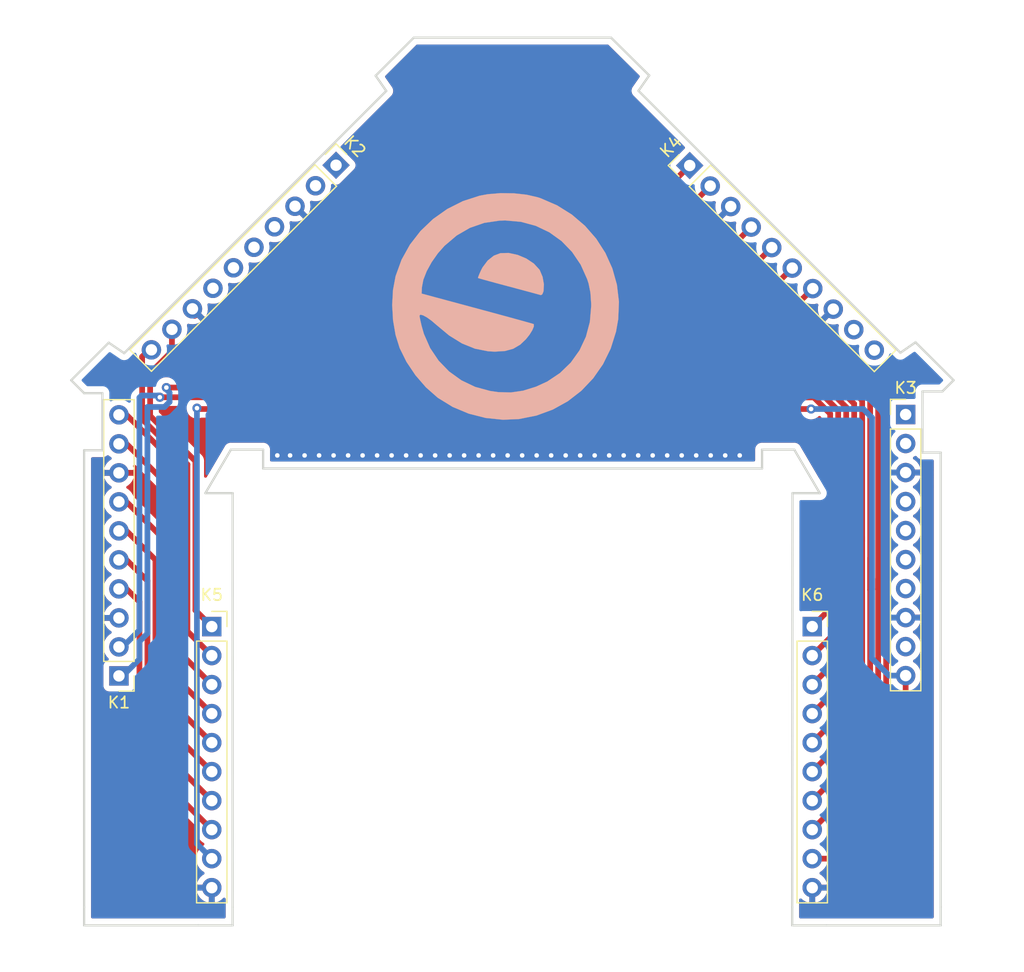
<source format=kicad_pcb>
(kicad_pcb (version 20171130) (host pcbnew "(5.1.8)-1")

  (general
    (thickness 1.6)
    (drawings 48)
    (tracks 160)
    (zones 0)
    (modules 7)
    (nets 34)
  )

  (page A4)
  (layers
    (0 F.Cu signal)
    (31 B.Cu signal)
    (32 B.Adhes user)
    (33 F.Adhes user)
    (34 B.Paste user)
    (35 F.Paste user)
    (36 B.SilkS user)
    (37 F.SilkS user)
    (38 B.Mask user)
    (39 F.Mask user)
    (40 Dwgs.User user)
    (41 Cmts.User user)
    (42 Eco1.User user)
    (43 Eco2.User user)
    (44 Edge.Cuts user)
    (45 Margin user)
    (46 B.CrtYd user)
    (47 F.CrtYd user)
    (48 B.Fab user)
    (49 F.Fab user)
  )

  (setup
    (last_trace_width 0.25)
    (user_trace_width 0.25)
    (user_trace_width 0.5)
    (user_trace_width 0.75)
    (trace_clearance 0.2)
    (zone_clearance 0.508)
    (zone_45_only no)
    (trace_min 0.2)
    (via_size 0.8)
    (via_drill 0.4)
    (via_min_size 0.4)
    (via_min_drill 0.3)
    (uvia_size 0.3)
    (uvia_drill 0.1)
    (uvias_allowed no)
    (uvia_min_size 0.2)
    (uvia_min_drill 0.1)
    (edge_width 0.1)
    (segment_width 0.2)
    (pcb_text_width 0.3)
    (pcb_text_size 1.5 1.5)
    (mod_edge_width 0.15)
    (mod_text_size 1 1)
    (mod_text_width 0.15)
    (pad_size 1.524 1.524)
    (pad_drill 0.762)
    (pad_to_mask_clearance 0)
    (aux_axis_origin 0 0)
    (grid_origin 21.4884 45.466)
    (visible_elements 7FFFFFFF)
    (pcbplotparams
      (layerselection 0x010fc_ffffffff)
      (usegerberextensions false)
      (usegerberattributes true)
      (usegerberadvancedattributes true)
      (creategerberjobfile true)
      (excludeedgelayer true)
      (linewidth 0.100000)
      (plotframeref false)
      (viasonmask false)
      (mode 1)
      (useauxorigin false)
      (hpglpennumber 1)
      (hpglpenspeed 20)
      (hpglpendiameter 15.000000)
      (psnegative false)
      (psa4output false)
      (plotreference true)
      (plotvalue true)
      (plotinvisibletext false)
      (padsonsilk false)
      (subtractmaskfromsilk false)
      (outputformat 1)
      (mirror false)
      (drillshape 1)
      (scaleselection 1)
      (outputdirectory ""))
  )

  (net 0 "")
  (net 1 C7)
  (net 2 C6)
  (net 3 C5)
  (net 4 C4)
  (net 5 C3)
  (net 6 C2)
  (net 7 C1)
  (net 8 C0)
  (net 9 AGND)
  (net 10 VBUS)
  (net 11 GPIO21)
  (net 12 GPIO20)
  (net 13 GPIO19)
  (net 14 GPIO18)
  (net 15 GPIO17)
  (net 16 GPIO16)
  (net 17 VSYS)
  (net 18 3V3_EN)
  (net 19 3V3)
  (net 20 ADC_REF)
  (net 21 GPIO28_ADC2)
  (net 22 GPIO27_ADC1)
  (net 23 GPIO26_ADC0)
  (net 24 RUN)
  (net 25 GPIO22)
  (net 26 GPIO9)
  (net 27 GPIO8)
  (net 28 GPIO13)
  (net 29 GPIO12)
  (net 30 GPIO11)
  (net 31 GPIO10)
  (net 32 GPIO1)
  (net 33 GPIO0)

  (net_class Default "Dies ist die voreingestellte Netzklasse."
    (clearance 0.2)
    (trace_width 0.25)
    (via_dia 0.8)
    (via_drill 0.4)
    (uvia_dia 0.3)
    (uvia_drill 0.1)
    (add_net 3V3)
    (add_net 3V3_EN)
    (add_net ADC_REF)
    (add_net AGND)
    (add_net C0)
    (add_net C1)
    (add_net C2)
    (add_net C3)
    (add_net C4)
    (add_net C5)
    (add_net C6)
    (add_net C7)
    (add_net GPIO0)
    (add_net GPIO1)
    (add_net GPIO10)
    (add_net GPIO11)
    (add_net GPIO12)
    (add_net GPIO13)
    (add_net GPIO16)
    (add_net GPIO17)
    (add_net GPIO18)
    (add_net GPIO19)
    (add_net GPIO20)
    (add_net GPIO21)
    (add_net GPIO22)
    (add_net GPIO26_ADC0)
    (add_net GPIO27_ADC1)
    (add_net GPIO28_ADC2)
    (add_net GPIO8)
    (add_net GPIO9)
    (add_net RUN)
    (add_net VBUS)
    (add_net VSYS)
  )

  (module elektor:elektor (layer B.Cu) (tedit 0) (tstamp 61AE451B)
    (at 59.3344 39.624 180)
    (fp_text reference G*** (at 0 0) (layer B.SilkS) hide
      (effects (font (size 1.524 1.524) (thickness 0.3)) (justify mirror))
    )
    (fp_text value LOGO (at 0.75 0) (layer B.SilkS) hide
      (effects (font (size 1.524 1.524) (thickness 0.3)) (justify mirror))
    )
    (fp_poly (pts (xy 0.269503 5.267881) (xy 0.853442 5.048525) (xy 1.394622 4.618117) (xy 1.844534 4.01954)
      (xy 1.983395 3.75278) (xy 2.138773 3.400478) (xy 2.231067 3.15763) (xy 2.24326 3.089928)
      (xy 2.116592 3.049275) (xy 1.780233 2.953615) (xy 1.270067 2.812814) (xy 0.621978 2.636739)
      (xy -0.12815 2.435256) (xy -0.450261 2.349352) (xy -1.240135 2.138624) (xy -1.95079 1.948077)
      (xy -2.544225 1.78798) (xy -2.982435 1.668598) (xy -3.227418 1.6002) (xy -3.261751 1.589777)
      (xy -3.390182 1.661341) (xy -3.493474 1.909896) (xy -3.496665 1.923961) (xy -3.53148 2.535)
      (xy -3.41467 3.195529) (xy -3.171506 3.772761) (xy -3.133484 3.832446) (xy -2.647507 4.358202)
      (xy -1.988676 4.796061) (xy -1.231813 5.114461) (xy -0.451738 5.281844) (xy 0.269503 5.267881)) (layer B.SilkS) (width 0.01))
    (fp_poly (pts (xy 1.381422 10.428818) (xy 2.0955 10.297292) (xy 3.563701 9.823194) (xy 4.932081 9.134823)
      (xy 6.17709 8.254746) (xy 7.27518 7.205533) (xy 8.202803 6.009754) (xy 8.93641 4.689978)
      (xy 9.452452 3.268773) (xy 9.460652 3.2385) (xy 9.684836 2.03488) (xy 9.756303 0.723559)
      (xy 9.679665 -0.614546) (xy 9.459538 -1.898517) (xy 9.102466 -3.042662) (xy 8.503484 -4.253947)
      (xy 7.718632 -5.423793) (xy 6.800973 -6.483351) (xy 5.803573 -7.363775) (xy 5.72964 -7.418753)
      (xy 4.454701 -8.201931) (xy 3.051672 -8.788284) (xy 1.56673 -9.165775) (xy 0.046054 -9.322368)
      (xy -1.340052 -9.261555) (xy -2.873739 -8.957844) (xy -4.309118 -8.431317) (xy -5.628122 -7.700151)
      (xy -6.812685 -6.782522) (xy -7.844741 -5.696606) (xy -8.706224 -4.460579) (xy -9.379068 -3.092619)
      (xy -9.845207 -1.6109) (xy -10.039676 -0.50888) (xy -10.086135 0.635) (xy -7.670928 0.635)
      (xy -7.553601 -0.751376) (xy -7.207049 -2.052257) (xy -6.645865 -3.246356) (xy -5.884641 -4.312386)
      (xy -4.93797 -5.229061) (xy -3.820446 -5.975092) (xy -2.828206 -6.429126) (xy -1.701618 -6.776775)
      (xy -0.634523 -6.931316) (xy 0.467752 -6.901508) (xy 1.179453 -6.799838) (xy 2.493679 -6.441415)
      (xy 3.697743 -5.865584) (xy 4.769845 -5.09307) (xy 5.688183 -4.144602) (xy 6.430954 -3.040905)
      (xy 6.976357 -1.802708) (xy 7.17853 -1.096531) (xy 7.274917 -0.672775) (xy 7.342141 -0.348584)
      (xy 7.364122 -0.208482) (xy 7.279646 -0.119903) (xy 7.047678 -0.179401) (xy 6.709192 -0.364768)
      (xy 6.305162 -0.653796) (xy 5.900537 -1.001734) (xy 4.767331 -1.944544) (xy 3.640459 -2.641785)
      (xy 2.503724 -3.100888) (xy 1.340931 -3.329284) (xy 0.762 -3.359197) (xy -0.12463 -3.303102)
      (xy -0.845213 -3.106016) (xy -1.458929 -2.744372) (xy -1.950642 -2.279036) (xy -2.272556 -1.874741)
      (xy -2.515882 -1.481559) (xy -2.651087 -1.156656) (xy -2.648635 -0.957195) (xy -2.639368 -0.946034)
      (xy -2.512075 -0.905359) (xy -2.165743 -0.806173) (xy -1.626676 -0.655717) (xy -0.921179 -0.46123)
      (xy -0.075553 -0.229954) (xy 0.883896 0.030872) (xy 1.930865 0.314007) (xy 2.288063 0.410289)
      (xy 7.1755 1.726617) (xy 7.149335 2.281664) (xy 7.025855 2.935678) (xy 6.731668 3.685938)
      (xy 6.298185 4.474857) (xy 5.756819 5.244851) (xy 5.173274 5.904297) (xy 4.103652 6.811914)
      (xy 2.946645 7.481329) (xy 1.697568 7.914498) (xy 0.351736 8.113378) (xy -0.1504 8.128001)
      (xy -1.524627 8.007376) (xy -2.816797 7.656028) (xy -4.006066 7.089749) (xy -5.071591 6.324328)
      (xy -5.992527 5.375558) (xy -6.748031 4.259228) (xy -7.317259 2.991131) (xy -7.442661 2.6035)
      (xy -7.599834 1.822387) (xy -7.668405 0.858403) (xy -7.670928 0.635) (xy -10.086135 0.635)
      (xy -10.101491 1.013084) (xy -9.924473 2.501121) (xy -9.523535 3.932678) (xy -8.91359 5.285202)
      (xy -8.109552 6.536139) (xy -7.126332 7.662937) (xy -5.978844 8.643042) (xy -4.682001 9.453902)
      (xy -3.250715 10.072963) (xy -2.9845 10.160854) (xy -2.01254 10.384663) (xy -0.899448 10.505577)
      (xy 0.262598 10.521121) (xy 1.381422 10.428818)) (layer B.SilkS) (width 0.01))
  )

  (module Connector_PinHeader_2.54mm:PinHeader_1x10_P2.54mm_Vertical (layer F.Cu) (tedit 59FED5CC) (tstamp 61698367)
    (at 75.631139 26.685339 45)
    (descr "Through hole straight pin header, 1x10, 2.54mm pitch, single row")
    (tags "Through hole pin header THT 1x10 2.54mm single row")
    (path /616A7279)
    (fp_text reference K4 (at 0 -2.33 45) (layer F.SilkS)
      (effects (font (size 1 1) (thickness 0.15)))
    )
    (fp_text value Conn_01x10 (at 0 25.19 45) (layer F.Fab)
      (effects (font (size 1 1) (thickness 0.15)))
    )
    (fp_line (start 1.8 -1.8) (end -1.8 -1.8) (layer F.CrtYd) (width 0.05))
    (fp_line (start 1.8 24.65) (end 1.8 -1.8) (layer F.CrtYd) (width 0.05))
    (fp_line (start -1.8 24.65) (end 1.8 24.65) (layer F.CrtYd) (width 0.05))
    (fp_line (start -1.8 -1.8) (end -1.8 24.65) (layer F.CrtYd) (width 0.05))
    (fp_line (start -1.33 -1.33) (end 0 -1.33) (layer F.SilkS) (width 0.12))
    (fp_line (start -1.33 0) (end -1.33 -1.33) (layer F.SilkS) (width 0.12))
    (fp_line (start -1.33 1.27) (end 1.33 1.27) (layer F.SilkS) (width 0.12))
    (fp_line (start 1.33 1.27) (end 1.33 24.19) (layer F.SilkS) (width 0.12))
    (fp_line (start -1.33 1.27) (end -1.33 24.19) (layer F.SilkS) (width 0.12))
    (fp_line (start -1.33 24.19) (end 1.33 24.19) (layer F.SilkS) (width 0.12))
    (fp_line (start -1.27 -0.635) (end -0.635 -1.27) (layer F.Fab) (width 0.1))
    (fp_line (start -1.27 24.13) (end -1.27 -0.635) (layer F.Fab) (width 0.1))
    (fp_line (start 1.27 24.13) (end -1.27 24.13) (layer F.Fab) (width 0.1))
    (fp_line (start 1.27 -1.27) (end 1.27 24.13) (layer F.Fab) (width 0.1))
    (fp_line (start -0.635 -1.27) (end 1.27 -1.27) (layer F.Fab) (width 0.1))
    (fp_text user %R (at 0 11.43 135) (layer F.Fab)
      (effects (font (size 1 1) (thickness 0.15)))
    )
    (pad 10 thru_hole oval (at 0 22.86 45) (size 1.7 1.7) (drill 1) (layers *.Cu *.Mask)
      (net 24 RUN))
    (pad 9 thru_hole oval (at 0 20.32 45) (size 1.7 1.7) (drill 1) (layers *.Cu *.Mask)
      (net 25 GPIO22))
    (pad 8 thru_hole oval (at 0 17.78 45) (size 1.7 1.7) (drill 1) (layers *.Cu *.Mask)
      (net 9 AGND))
    (pad 7 thru_hole oval (at 0 15.24 45) (size 1.7 1.7) (drill 1) (layers *.Cu *.Mask)
      (net 11 GPIO21))
    (pad 6 thru_hole oval (at 0 12.7 45) (size 1.7 1.7) (drill 1) (layers *.Cu *.Mask)
      (net 12 GPIO20))
    (pad 5 thru_hole oval (at 0 10.16 45) (size 1.7 1.7) (drill 1) (layers *.Cu *.Mask)
      (net 13 GPIO19))
    (pad 4 thru_hole oval (at 0 7.62 45) (size 1.7 1.7) (drill 1) (layers *.Cu *.Mask)
      (net 14 GPIO18))
    (pad 3 thru_hole oval (at 0 5.08 45) (size 1.7 1.7) (drill 1) (layers *.Cu *.Mask)
      (net 9 AGND))
    (pad 2 thru_hole oval (at 0 2.54 45) (size 1.7 1.7) (drill 1) (layers *.Cu *.Mask)
      (net 15 GPIO17))
    (pad 1 thru_hole rect (at 0 0 45) (size 1.7 1.7) (drill 1) (layers *.Cu *.Mask)
      (net 16 GPIO16))
    (model ${KISYS3DMOD}/Connector_PinHeader_2.54mm.3dshapes/PinHeader_1x10_P2.54mm_Vertical.wrl
      (at (xyz 0 0 0))
      (scale (xyz 1 1 1))
      (rotate (xyz 0 0 0))
    )
  )

  (module Connector_PinHeader_2.54mm:PinHeader_1x10_P2.54mm_Vertical (layer F.Cu) (tedit 59FED5CC) (tstamp 61698385)
    (at 94.5388 48.4886)
    (descr "Through hole straight pin header, 1x10, 2.54mm pitch, single row")
    (tags "Through hole pin header THT 1x10 2.54mm single row")
    (path /616B3641)
    (fp_text reference K3 (at 0 -2.33) (layer F.SilkS)
      (effects (font (size 1 1) (thickness 0.15)))
    )
    (fp_text value Conn_01x10 (at 0 25.19) (layer F.Fab)
      (effects (font (size 1 1) (thickness 0.15)))
    )
    (fp_line (start 1.8 -1.8) (end -1.8 -1.8) (layer F.CrtYd) (width 0.05))
    (fp_line (start 1.8 24.65) (end 1.8 -1.8) (layer F.CrtYd) (width 0.05))
    (fp_line (start -1.8 24.65) (end 1.8 24.65) (layer F.CrtYd) (width 0.05))
    (fp_line (start -1.8 -1.8) (end -1.8 24.65) (layer F.CrtYd) (width 0.05))
    (fp_line (start -1.33 -1.33) (end 0 -1.33) (layer F.SilkS) (width 0.12))
    (fp_line (start -1.33 0) (end -1.33 -1.33) (layer F.SilkS) (width 0.12))
    (fp_line (start -1.33 1.27) (end 1.33 1.27) (layer F.SilkS) (width 0.12))
    (fp_line (start 1.33 1.27) (end 1.33 24.19) (layer F.SilkS) (width 0.12))
    (fp_line (start -1.33 1.27) (end -1.33 24.19) (layer F.SilkS) (width 0.12))
    (fp_line (start -1.33 24.19) (end 1.33 24.19) (layer F.SilkS) (width 0.12))
    (fp_line (start -1.27 -0.635) (end -0.635 -1.27) (layer F.Fab) (width 0.1))
    (fp_line (start -1.27 24.13) (end -1.27 -0.635) (layer F.Fab) (width 0.1))
    (fp_line (start 1.27 24.13) (end -1.27 24.13) (layer F.Fab) (width 0.1))
    (fp_line (start 1.27 -1.27) (end 1.27 24.13) (layer F.Fab) (width 0.1))
    (fp_line (start -0.635 -1.27) (end 1.27 -1.27) (layer F.Fab) (width 0.1))
    (fp_text user %R (at 0 11.43 90) (layer F.Fab)
      (effects (font (size 1 1) (thickness 0.15)))
    )
    (pad 10 thru_hole oval (at 0 22.86) (size 1.7 1.7) (drill 1) (layers *.Cu *.Mask)
      (net 10 VBUS))
    (pad 9 thru_hole oval (at 0 20.32) (size 1.7 1.7) (drill 1) (layers *.Cu *.Mask)
      (net 17 VSYS))
    (pad 8 thru_hole oval (at 0 17.78) (size 1.7 1.7) (drill 1) (layers *.Cu *.Mask)
      (net 9 AGND))
    (pad 7 thru_hole oval (at 0 15.24) (size 1.7 1.7) (drill 1) (layers *.Cu *.Mask)
      (net 18 3V3_EN))
    (pad 6 thru_hole oval (at 0 12.7) (size 1.7 1.7) (drill 1) (layers *.Cu *.Mask)
      (net 19 3V3))
    (pad 5 thru_hole oval (at 0 10.16) (size 1.7 1.7) (drill 1) (layers *.Cu *.Mask)
      (net 20 ADC_REF))
    (pad 4 thru_hole oval (at 0 7.62) (size 1.7 1.7) (drill 1) (layers *.Cu *.Mask)
      (net 21 GPIO28_ADC2))
    (pad 3 thru_hole oval (at 0 5.08) (size 1.7 1.7) (drill 1) (layers *.Cu *.Mask)
      (net 9 AGND))
    (pad 2 thru_hole oval (at 0 2.54) (size 1.7 1.7) (drill 1) (layers *.Cu *.Mask)
      (net 22 GPIO27_ADC1))
    (pad 1 thru_hole rect (at 0 0) (size 1.7 1.7) (drill 1) (layers *.Cu *.Mask)
      (net 23 GPIO26_ADC0))
    (model ${KISYS3DMOD}/Connector_PinHeader_2.54mm.3dshapes/PinHeader_1x10_P2.54mm_Vertical.wrl
      (at (xyz 0 0 0))
      (scale (xyz 1 1 1))
      (rotate (xyz 0 0 0))
    )
  )

  (module Connector_PinHeader_2.54mm:PinHeader_1x10_P2.54mm_Vertical (layer F.Cu) (tedit 59FED5CC) (tstamp 616982D5)
    (at 44.663261 26.659939 315)
    (descr "Through hole straight pin header, 1x10, 2.54mm pitch, single row")
    (tags "Through hole pin header THT 1x10 2.54mm single row")
    (path /616F454C)
    (fp_text reference K2 (at 0 -2.33 135) (layer F.SilkS)
      (effects (font (size 1 1) (thickness 0.15)))
    )
    (fp_text value Conn_01x10 (at 0 25.19 135) (layer F.Fab)
      (effects (font (size 1 1) (thickness 0.15)))
    )
    (fp_line (start 1.8 -1.8) (end -1.8 -1.8) (layer F.CrtYd) (width 0.05))
    (fp_line (start 1.8 24.65) (end 1.8 -1.8) (layer F.CrtYd) (width 0.05))
    (fp_line (start -1.8 24.65) (end 1.8 24.65) (layer F.CrtYd) (width 0.05))
    (fp_line (start -1.8 -1.8) (end -1.8 24.65) (layer F.CrtYd) (width 0.05))
    (fp_line (start -1.33 -1.33) (end 0 -1.33) (layer F.SilkS) (width 0.12))
    (fp_line (start -1.33 0) (end -1.33 -1.33) (layer F.SilkS) (width 0.12))
    (fp_line (start -1.33 1.27) (end 1.33 1.27) (layer F.SilkS) (width 0.12))
    (fp_line (start 1.33 1.27) (end 1.33 24.19) (layer F.SilkS) (width 0.12))
    (fp_line (start -1.33 1.27) (end -1.33 24.19) (layer F.SilkS) (width 0.12))
    (fp_line (start -1.33 24.19) (end 1.33 24.19) (layer F.SilkS) (width 0.12))
    (fp_line (start -1.27 -0.635) (end -0.635 -1.27) (layer F.Fab) (width 0.1))
    (fp_line (start -1.27 24.13) (end -1.27 -0.635) (layer F.Fab) (width 0.1))
    (fp_line (start 1.27 24.13) (end -1.27 24.13) (layer F.Fab) (width 0.1))
    (fp_line (start 1.27 -1.27) (end 1.27 24.13) (layer F.Fab) (width 0.1))
    (fp_line (start -0.635 -1.27) (end 1.27 -1.27) (layer F.Fab) (width 0.1))
    (fp_text user %R (at 0 11.43 45) (layer F.Fab)
      (effects (font (size 1 1) (thickness 0.15)))
    )
    (pad 10 thru_hole oval (at 0 22.86 315) (size 1.7 1.7) (drill 1) (layers *.Cu *.Mask)
      (net 7 C1))
    (pad 9 thru_hole oval (at 0 20.32 315) (size 1.7 1.7) (drill 1) (layers *.Cu *.Mask)
      (net 8 C0))
    (pad 8 thru_hole oval (at 0 17.78 315) (size 1.7 1.7) (drill 1) (layers *.Cu *.Mask)
      (net 9 AGND))
    (pad 7 thru_hole oval (at 0 15.24 315) (size 1.7 1.7) (drill 1) (layers *.Cu *.Mask)
      (net 28 GPIO13))
    (pad 6 thru_hole oval (at 0 12.7 315) (size 1.7 1.7) (drill 1) (layers *.Cu *.Mask)
      (net 29 GPIO12))
    (pad 5 thru_hole oval (at 0 10.16 315) (size 1.7 1.7) (drill 1) (layers *.Cu *.Mask)
      (net 30 GPIO11))
    (pad 4 thru_hole oval (at 0 7.62 315) (size 1.7 1.7) (drill 1) (layers *.Cu *.Mask)
      (net 31 GPIO10))
    (pad 3 thru_hole oval (at 0 5.08 315) (size 1.7 1.7) (drill 1) (layers *.Cu *.Mask)
      (net 9 AGND))
    (pad 2 thru_hole oval (at 0 2.54 315) (size 1.7 1.7) (drill 1) (layers *.Cu *.Mask)
      (net 26 GPIO9))
    (pad 1 thru_hole rect (at 0 0 315) (size 1.7 1.7) (drill 1) (layers *.Cu *.Mask)
      (net 27 GPIO8))
    (model ${KISYS3DMOD}/Connector_PinHeader_2.54mm.3dshapes/PinHeader_1x10_P2.54mm_Vertical.wrl
      (at (xyz 0 0 0))
      (scale (xyz 1 1 1))
      (rotate (xyz 0 0 0))
    )
  )

  (module Connector_PinHeader_2.54mm:PinHeader_1x10_P2.54mm_Vertical (layer F.Cu) (tedit 59FED5CC) (tstamp 616982B7)
    (at 25.654 71.375 180)
    (descr "Through hole straight pin header, 1x10, 2.54mm pitch, single row")
    (tags "Through hole pin header THT 1x10 2.54mm single row")
    (path /616EA1F3)
    (fp_text reference K1 (at 0 -2.33) (layer F.SilkS)
      (effects (font (size 1 1) (thickness 0.15)))
    )
    (fp_text value Conn_01x10 (at 0 25.19) (layer F.Fab)
      (effects (font (size 1 1) (thickness 0.15)))
    )
    (fp_line (start 1.8 -1.8) (end -1.8 -1.8) (layer F.CrtYd) (width 0.05))
    (fp_line (start 1.8 24.65) (end 1.8 -1.8) (layer F.CrtYd) (width 0.05))
    (fp_line (start -1.8 24.65) (end 1.8 24.65) (layer F.CrtYd) (width 0.05))
    (fp_line (start -1.8 -1.8) (end -1.8 24.65) (layer F.CrtYd) (width 0.05))
    (fp_line (start -1.33 -1.33) (end 0 -1.33) (layer F.SilkS) (width 0.12))
    (fp_line (start -1.33 0) (end -1.33 -1.33) (layer F.SilkS) (width 0.12))
    (fp_line (start -1.33 1.27) (end 1.33 1.27) (layer F.SilkS) (width 0.12))
    (fp_line (start 1.33 1.27) (end 1.33 24.19) (layer F.SilkS) (width 0.12))
    (fp_line (start -1.33 1.27) (end -1.33 24.19) (layer F.SilkS) (width 0.12))
    (fp_line (start -1.33 24.19) (end 1.33 24.19) (layer F.SilkS) (width 0.12))
    (fp_line (start -1.27 -0.635) (end -0.635 -1.27) (layer F.Fab) (width 0.1))
    (fp_line (start -1.27 24.13) (end -1.27 -0.635) (layer F.Fab) (width 0.1))
    (fp_line (start 1.27 24.13) (end -1.27 24.13) (layer F.Fab) (width 0.1))
    (fp_line (start 1.27 -1.27) (end 1.27 24.13) (layer F.Fab) (width 0.1))
    (fp_line (start -0.635 -1.27) (end 1.27 -1.27) (layer F.Fab) (width 0.1))
    (fp_text user %R (at 0 11.43 90) (layer F.Fab)
      (effects (font (size 1 1) (thickness 0.15)))
    )
    (pad 10 thru_hole oval (at 0 22.86 180) (size 1.7 1.7) (drill 1) (layers *.Cu *.Mask)
      (net 6 C2))
    (pad 9 thru_hole oval (at 0 20.32 180) (size 1.7 1.7) (drill 1) (layers *.Cu *.Mask)
      (net 5 C3))
    (pad 8 thru_hole oval (at 0 17.78 180) (size 1.7 1.7) (drill 1) (layers *.Cu *.Mask)
      (net 9 AGND))
    (pad 7 thru_hole oval (at 0 15.24 180) (size 1.7 1.7) (drill 1) (layers *.Cu *.Mask)
      (net 4 C4))
    (pad 6 thru_hole oval (at 0 12.7 180) (size 1.7 1.7) (drill 1) (layers *.Cu *.Mask)
      (net 3 C5))
    (pad 5 thru_hole oval (at 0 10.16 180) (size 1.7 1.7) (drill 1) (layers *.Cu *.Mask)
      (net 2 C6))
    (pad 4 thru_hole oval (at 0 7.62 180) (size 1.7 1.7) (drill 1) (layers *.Cu *.Mask)
      (net 1 C7))
    (pad 3 thru_hole oval (at 0 5.08 180) (size 1.7 1.7) (drill 1) (layers *.Cu *.Mask)
      (net 9 AGND))
    (pad 2 thru_hole oval (at 0 2.54 180) (size 1.7 1.7) (drill 1) (layers *.Cu *.Mask)
      (net 32 GPIO1))
    (pad 1 thru_hole rect (at 0 0 180) (size 1.7 1.7) (drill 1) (layers *.Cu *.Mask)
      (net 33 GPIO0))
    (model ${KISYS3DMOD}/Connector_PinHeader_2.54mm.3dshapes/PinHeader_1x10_P2.54mm_Vertical.wrl
      (at (xyz 0 0 0))
      (scale (xyz 1 1 1))
      (rotate (xyz 0 0 0))
    )
  )

  (module Connector_PinSocket_2.54mm:PinSocket_1x10_P2.54mm_Vertical locked (layer F.Cu) (tedit 5A19A425) (tstamp 61609465)
    (at 86.36 67.056)
    (descr "Through hole straight socket strip, 1x10, 2.54mm pitch, single row (from Kicad 4.0.7), script generated")
    (tags "Through hole socket strip THT 1x10 2.54mm single row")
    (path /6168A897)
    (fp_text reference K6 (at 0 -2.77) (layer F.SilkS)
      (effects (font (size 1 1) (thickness 0.15)))
    )
    (fp_text value Conn_01x10 (at 0 25.63) (layer F.Fab)
      (effects (font (size 1 1) (thickness 0.15)))
    )
    (fp_line (start -1.27 -1.27) (end 0.635 -1.27) (layer F.Fab) (width 0.1))
    (fp_line (start 0.635 -1.27) (end 1.27 -0.635) (layer F.Fab) (width 0.1))
    (fp_line (start 1.27 -0.635) (end 1.27 24.13) (layer F.Fab) (width 0.1))
    (fp_line (start 1.27 24.13) (end -1.27 24.13) (layer F.Fab) (width 0.1))
    (fp_line (start -1.27 24.13) (end -1.27 -1.27) (layer F.Fab) (width 0.1))
    (fp_line (start -1.33 1.27) (end 1.33 1.27) (layer F.SilkS) (width 0.12))
    (fp_line (start -1.33 1.27) (end -1.33 24.19) (layer F.SilkS) (width 0.12))
    (fp_line (start -1.33 24.19) (end 1.33 24.19) (layer F.SilkS) (width 0.12))
    (fp_line (start 1.33 1.27) (end 1.33 24.19) (layer F.SilkS) (width 0.12))
    (fp_line (start 1.33 -1.33) (end 1.33 0) (layer F.SilkS) (width 0.12))
    (fp_line (start 0 -1.33) (end 1.33 -1.33) (layer F.SilkS) (width 0.12))
    (fp_line (start -1.8 -1.8) (end 1.75 -1.8) (layer F.CrtYd) (width 0.05))
    (fp_line (start 1.75 -1.8) (end 1.75 24.6) (layer F.CrtYd) (width 0.05))
    (fp_line (start 1.75 24.6) (end -1.8 24.6) (layer F.CrtYd) (width 0.05))
    (fp_line (start -1.8 24.6) (end -1.8 -1.8) (layer F.CrtYd) (width 0.05))
    (fp_text user %R (at 0 11.43 90) (layer F.Fab)
      (effects (font (size 1 1) (thickness 0.15)))
    )
    (pad 10 thru_hole oval (at 0 22.86) (size 1.7 1.7) (drill 1) (layers *.Cu *.Mask)
      (net 9 AGND))
    (pad 9 thru_hole oval (at 0 20.32) (size 1.7 1.7) (drill 1) (layers *.Cu *.Mask)
      (net 10 VBUS))
    (pad 8 thru_hole oval (at 0 17.78) (size 1.7 1.7) (drill 1) (layers *.Cu *.Mask)
      (net 11 GPIO21))
    (pad 7 thru_hole oval (at 0 15.24) (size 1.7 1.7) (drill 1) (layers *.Cu *.Mask)
      (net 12 GPIO20))
    (pad 6 thru_hole oval (at 0 12.7) (size 1.7 1.7) (drill 1) (layers *.Cu *.Mask)
      (net 13 GPIO19))
    (pad 5 thru_hole oval (at 0 10.16) (size 1.7 1.7) (drill 1) (layers *.Cu *.Mask)
      (net 14 GPIO18))
    (pad 4 thru_hole oval (at 0 7.62) (size 1.7 1.7) (drill 1) (layers *.Cu *.Mask)
      (net 15 GPIO17))
    (pad 3 thru_hole oval (at 0 5.08) (size 1.7 1.7) (drill 1) (layers *.Cu *.Mask)
      (net 16 GPIO16))
    (pad 2 thru_hole oval (at 0 2.54) (size 1.7 1.7) (drill 1) (layers *.Cu *.Mask)
      (net 33 GPIO0))
    (pad 1 thru_hole rect (at 0 0) (size 1.7 1.7) (drill 1) (layers *.Cu *.Mask)
      (net 32 GPIO1))
    (model ${KISYS3DMOD}/Connector_PinSocket_2.54mm.3dshapes/PinSocket_1x10_P2.54mm_Vertical.wrl
      (at (xyz 0 0 0))
      (scale (xyz 1 1 1))
      (rotate (xyz 0 0 0))
    )
  )

  (module Connector_PinSocket_2.54mm:PinSocket_1x10_P2.54mm_Vertical locked (layer F.Cu) (tedit 5A19A425) (tstamp 61609447)
    (at 33.782 67.056)
    (descr "Through hole straight socket strip, 1x10, 2.54mm pitch, single row (from Kicad 4.0.7), script generated")
    (tags "Through hole socket strip THT 1x10 2.54mm single row")
    (path /616866A9)
    (fp_text reference K5 (at 0 -2.77) (layer F.SilkS)
      (effects (font (size 1 1) (thickness 0.15)))
    )
    (fp_text value Conn_01x10 (at 0 25.63) (layer F.Fab)
      (effects (font (size 1 1) (thickness 0.15)))
    )
    (fp_line (start -1.27 -1.27) (end 0.635 -1.27) (layer F.Fab) (width 0.1))
    (fp_line (start 0.635 -1.27) (end 1.27 -0.635) (layer F.Fab) (width 0.1))
    (fp_line (start 1.27 -0.635) (end 1.27 24.13) (layer F.Fab) (width 0.1))
    (fp_line (start 1.27 24.13) (end -1.27 24.13) (layer F.Fab) (width 0.1))
    (fp_line (start -1.27 24.13) (end -1.27 -1.27) (layer F.Fab) (width 0.1))
    (fp_line (start -1.33 1.27) (end 1.33 1.27) (layer F.SilkS) (width 0.12))
    (fp_line (start -1.33 1.27) (end -1.33 24.19) (layer F.SilkS) (width 0.12))
    (fp_line (start -1.33 24.19) (end 1.33 24.19) (layer F.SilkS) (width 0.12))
    (fp_line (start 1.33 1.27) (end 1.33 24.19) (layer F.SilkS) (width 0.12))
    (fp_line (start 1.33 -1.33) (end 1.33 0) (layer F.SilkS) (width 0.12))
    (fp_line (start 0 -1.33) (end 1.33 -1.33) (layer F.SilkS) (width 0.12))
    (fp_line (start -1.8 -1.8) (end 1.75 -1.8) (layer F.CrtYd) (width 0.05))
    (fp_line (start 1.75 -1.8) (end 1.75 24.6) (layer F.CrtYd) (width 0.05))
    (fp_line (start 1.75 24.6) (end -1.8 24.6) (layer F.CrtYd) (width 0.05))
    (fp_line (start -1.8 24.6) (end -1.8 -1.8) (layer F.CrtYd) (width 0.05))
    (fp_text user %R (at 0 11.43 90) (layer F.Fab)
      (effects (font (size 1 1) (thickness 0.15)))
    )
    (pad 10 thru_hole oval (at 0 22.86) (size 1.7 1.7) (drill 1) (layers *.Cu *.Mask)
      (net 9 AGND))
    (pad 9 thru_hole oval (at 0 20.32) (size 1.7 1.7) (drill 1) (layers *.Cu *.Mask)
      (net 10 VBUS))
    (pad 8 thru_hole oval (at 0 17.78) (size 1.7 1.7) (drill 1) (layers *.Cu *.Mask)
      (net 1 C7))
    (pad 7 thru_hole oval (at 0 15.24) (size 1.7 1.7) (drill 1) (layers *.Cu *.Mask)
      (net 2 C6))
    (pad 6 thru_hole oval (at 0 12.7) (size 1.7 1.7) (drill 1) (layers *.Cu *.Mask)
      (net 3 C5))
    (pad 5 thru_hole oval (at 0 10.16) (size 1.7 1.7) (drill 1) (layers *.Cu *.Mask)
      (net 4 C4))
    (pad 4 thru_hole oval (at 0 7.62) (size 1.7 1.7) (drill 1) (layers *.Cu *.Mask)
      (net 5 C3))
    (pad 3 thru_hole oval (at 0 5.08) (size 1.7 1.7) (drill 1) (layers *.Cu *.Mask)
      (net 6 C2))
    (pad 2 thru_hole oval (at 0 2.54) (size 1.7 1.7) (drill 1) (layers *.Cu *.Mask)
      (net 7 C1))
    (pad 1 thru_hole rect (at 0 0) (size 1.7 1.7) (drill 1) (layers *.Cu *.Mask)
      (net 8 C0))
    (model ${KISYS3DMOD}/Connector_PinSocket_2.54mm.3dshapes/PinSocket_1x10_P2.54mm_Vertical.wrl
      (at (xyz 0 0 0))
      (scale (xyz 1 1 1))
      (rotate (xyz 0 0 0))
    )
  )

  (gr_line (start 81.9658 51.562) (end 84.7852 51.562) (layer Edge.Cuts) (width 0.2) (tstamp 619B6E1B))
  (gr_line (start 35.4584 51.562) (end 38.2778 51.562) (layer Edge.Cuts) (width 0.2))
  (gr_line (start 87.0204 55.372) (end 84.7852 51.562) (layer Edge.Cuts) (width 0.2) (tstamp 618BD758))
  (gr_line (start 33.2232 55.372) (end 35.4584 51.562) (layer Edge.Cuts) (width 0.2) (tstamp 618BD734))
  (gr_line (start 38.2778 51.562) (end 38.2778 53.213) (layer Edge.Cuts) (width 0.2) (tstamp 618BD5C9))
  (gr_line (start 38.2778 51.562) (end 33.2232 51.562) (layer F.Fab) (width 0.2) (tstamp 618BD5BA))
  (gr_line (start 33.2232 55.372) (end 33.2232 51.562) (layer F.Fab) (width 0.2) (tstamp 618BD59E))
  (gr_line (start 33.2232 55.372) (end 35.6108 55.372) (layer Edge.Cuts) (width 0.2) (tstamp 618BD573))
  (gr_line (start 81.9658 51.562) (end 81.9658 53.213) (layer Edge.Cuts) (width 0.2))
  (gr_line (start 87.0204 51.562) (end 81.9658 51.562) (layer F.Fab) (width 0.2))
  (gr_line (start 87.0204 55.372) (end 87.0204 51.562) (layer F.Fab) (width 0.2))
  (gr_line (start 84.6328 55.372) (end 87.0204 55.372) (layer Edge.Cuts) (width 0.2))
  (dimension 7.018228 (width 0.15) (layer F.Fab)
    (gr_text "7,018 mm" (at 24.804711 32.315498 0.8416173308) (layer F.Fab)
      (effects (font (size 1 1) (thickness 0.15)))
    )
    (feature1 (pts (xy 21.4884 45.466) (xy 21.306457 33.080545)))
    (feature2 (pts (xy 28.505871 45.362913) (xy 28.323928 32.977458)))
    (crossbar (pts (xy 28.332542 33.563815) (xy 21.315071 33.666902)))
    (arrow1a (pts (xy 21.315071 33.666902) (xy 22.43284 33.063998)))
    (arrow1b (pts (xy 21.315071 33.666902) (xy 22.450067 34.236713)))
    (arrow2a (pts (xy 28.332542 33.563815) (xy 27.197546 32.994004)))
    (arrow2b (pts (xy 28.332542 33.563815) (xy 27.214773 34.166719)))
  )
  (dimension 7.010446 (width 0.15) (layer F.Fab)
    (gr_text "7,010 mm" (at 95.219367 37.049318 0.2075924956) (layer F.Fab)
      (effects (font (size 1 1) (thickness 0.15)))
    )
    (feature1 (pts (xy 91.7448 45.5168) (xy 91.716752 37.775592)))
    (feature2 (pts (xy 98.7552 45.4914) (xy 98.727152 37.750192)))
    (crossbar (pts (xy 98.729277 38.336609) (xy 91.718877 38.362009)))
    (arrow1a (pts (xy 91.718877 38.362009) (xy 92.843249 37.771511)))
    (arrow1b (pts (xy 91.718877 38.362009) (xy 92.847498 38.944344)))
    (arrow2a (pts (xy 98.729277 38.336609) (xy 97.600656 37.754274)))
    (arrow2b (pts (xy 98.729277 38.336609) (xy 97.604905 38.927107)))
  )
  (gr_line (start 21.4884 45.466) (end 98.7552 45.4914) (layer F.Fab) (width 0.15))
  (dimension 7.0104 (width 0.15) (layer Dwgs.User)
    (gr_text "7,010 mm" (at 24.9936 47.274) (layer Dwgs.User)
      (effects (font (size 1 1) (thickness 0.15)))
    )
    (feature1 (pts (xy 28.4988 45.466) (xy 28.4988 46.560421)))
    (feature2 (pts (xy 21.4884 45.466) (xy 21.4884 46.560421)))
    (crossbar (pts (xy 21.4884 45.974) (xy 28.4988 45.974)))
    (arrow1a (pts (xy 28.4988 45.974) (xy 27.372296 46.560421)))
    (arrow1b (pts (xy 28.4988 45.974) (xy 27.372296 45.387579)))
    (arrow2a (pts (xy 21.4884 45.974) (xy 22.614904 46.560421)))
    (arrow2b (pts (xy 21.4884 45.974) (xy 22.614904 45.387579)))
  )
  (gr_line (start 87.606 93.218) (end 84.606 93.218) (layer Edge.Cuts) (width 0.2))
  (gr_line (start 22.606 46.618) (end 21.47463 45.4866) (layer Edge.Cuts) (width 0.2))
  (gr_line (start 68.7374 15.4866) (end 51.4746 15.4866) (layer Edge.Cuts) (width 0.2))
  (gr_line (start 84.606 91.618) (end 84.606 93.218) (layer Edge.Cuts) (width 0.2))
  (gr_line (start 51.4746 15.4866) (end 48.133 18.8214) (layer Edge.Cuts) (width 0.2))
  (gr_line (start 24.75992 42.19956) (end 26.1112 43.1165) (layer Edge.Cuts) (width 0.2))
  (gr_line (start 38.2778 53.213) (end 81.9658 53.213) (layer Edge.Cuts) (width 0.2))
  (gr_line (start 32.606 93.218) (end 35.606 93.218) (layer Edge.Cuts) (width 0.2))
  (gr_line (start 21.47463 45.4866) (end 24.75992 42.19956) (layer Edge.Cuts) (width 0.2))
  (gr_line (start 35.606 91.618) (end 35.606 93.218) (layer Edge.Cuts) (width 0.2))
  (gr_line (start 68.7374 15.4866) (end 72.0852 18.796) (layer Edge.Cuts) (width 0.2))
  (gr_line (start 22.606 51.618) (end 24.206 51.618) (layer Edge.Cuts) (width 0.2))
  (gr_line (start 97.75444 46.46676) (end 98.7374 45.4866) (layer Edge.Cuts) (width 0.2))
  (gr_line (start 24.206 51.618) (end 24.206 46.618) (layer Edge.Cuts) (width 0.2))
  (gr_line (start 95.4024 42.164) (end 94.0816 43.0784) (layer Edge.Cuts) (width 0.2))
  (gr_line (start 72.0852 18.796) (end 71.1454 20.1422) (layer Edge.Cuts) (width 0.2))
  (gr_line (start 98.7374 45.4866) (end 95.4024 42.164) (layer Edge.Cuts) (width 0.2))
  (gr_line (start 48.133 18.8214) (end 49.0601 20.1549) (layer Edge.Cuts) (width 0.2))
  (gr_line (start 97.606 93.218) (end 97.606 91.618) (layer Edge.Cuts) (width 0.2))
  (gr_line (start 97.606 93.218) (end 87.606 93.218) (layer Edge.Cuts) (width 0.2))
  (gr_line (start 97.60712 51.816) (end 96.012 51.816) (layer Edge.Cuts) (width 0.2))
  (gr_line (start 97.606 91.618) (end 97.60712 51.816) (layer Edge.Cuts) (width 0.2))
  (gr_line (start 94.0816 43.0784) (end 71.1454 20.1422) (layer Edge.Cuts) (width 0.2))
  (gr_line (start 35.606 91.618) (end 35.6108 55.372) (layer Edge.Cuts) (width 0.2))
  (gr_line (start 96.01454 46.46676) (end 97.75444 46.46676) (layer Edge.Cuts) (width 0.2))
  (gr_line (start 96.012 51.816) (end 96.01454 46.46676) (layer Edge.Cuts) (width 0.2))
  (gr_line (start 84.606 91.618) (end 84.6328 55.372) (layer Edge.Cuts) (width 0.2))
  (gr_line (start 24.206 46.618) (end 22.606 46.618) (layer Edge.Cuts) (width 0.2))
  (gr_line (start 26.1112 43.1165) (end 49.0601 20.1549) (layer Edge.Cuts) (width 0.2))
  (gr_line (start 22.606 93.218) (end 22.606 91.618) (layer Edge.Cuts) (width 0.2))
  (gr_line (start 22.606 91.618) (end 22.606 51.618) (layer Edge.Cuts) (width 0.2))
  (gr_line (start 22.606 93.218) (end 32.606 93.218) (layer Edge.Cuts) (width 0.2))

  (segment (start 27.449301 64.888901) (end 27.449301 78.503301) (width 0.5) (layer F.Cu) (net 1))
  (segment (start 27.449301 78.503301) (end 33.782 84.836) (width 0.5) (layer F.Cu) (net 1))
  (segment (start 26.1493 63.5889) (end 27.449301 64.888901) (width 0.5) (layer F.Cu) (net 1))
  (segment (start 28.149311 76.663311) (end 33.782 82.296) (width 0.5) (layer F.Cu) (net 2))
  (segment (start 28.149311 63.048911) (end 28.149311 76.663311) (width 0.5) (layer F.Cu) (net 2))
  (segment (start 26.1493 61.0489) (end 28.149311 63.048911) (width 0.5) (layer F.Cu) (net 2))
  (segment (start 28.849321 61.208921) (end 28.849321 74.823321) (width 0.5) (layer F.Cu) (net 3))
  (segment (start 28.849321 74.823321) (end 33.782 79.756) (width 0.5) (layer F.Cu) (net 3))
  (segment (start 26.1493 58.5089) (end 28.849321 61.208921) (width 0.5) (layer F.Cu) (net 3))
  (segment (start 29.549331 72.983331) (end 33.782 77.216) (width 0.5) (layer F.Cu) (net 4))
  (segment (start 29.549331 59.368931) (end 29.549331 72.983331) (width 0.5) (layer F.Cu) (net 4))
  (segment (start 26.1493 55.9689) (end 29.549331 59.368931) (width 0.5) (layer F.Cu) (net 4))
  (segment (start 30.249341 71.143341) (end 33.782 74.676) (width 0.5) (layer F.Cu) (net 5))
  (segment (start 30.249341 54.988941) (end 30.249341 71.143341) (width 0.5) (layer F.Cu) (net 5))
  (segment (start 26.1493 50.8889) (end 30.249341 54.988941) (width 0.5) (layer F.Cu) (net 5))
  (segment (start 30.949351 69.303351) (end 33.782 72.136) (width 0.5) (layer F.Cu) (net 6))
  (segment (start 30.949351 53.148951) (end 30.949351 69.303351) (width 0.5) (layer F.Cu) (net 6))
  (segment (start 26.1493 48.3489) (end 30.949351 53.148951) (width 0.5) (layer F.Cu) (net 6))
  (segment (start 31.649361 52.858999) (end 31.649361 67.463361) (width 0.5) (layer F.Cu) (net 7))
  (segment (start 27.686 48.895638) (end 31.649361 52.858999) (width 0.5) (layer F.Cu) (net 7))
  (segment (start 27.686 43.423025) (end 27.686 48.895638) (width 0.5) (layer F.Cu) (net 7))
  (segment (start 31.649361 67.463361) (end 33.782 69.596) (width 0.5) (layer F.Cu) (net 7))
  (segment (start 28.284625 42.8244) (end 27.686 43.423025) (width 0.5) (layer F.Cu) (net 7))
  (segment (start 28.4988 42.8244) (end 28.284625 42.8244) (width 0.5) (layer F.Cu) (net 7))
  (segment (start 32.349371 52.569046) (end 28.38601 48.605686) (width 0.5) (layer F.Cu) (net 8))
  (segment (start 32.349371 65.623371) (end 32.349371 52.569046) (width 0.5) (layer F.Cu) (net 8))
  (segment (start 33.782 67.056) (end 32.349371 65.623371) (width 0.5) (layer F.Cu) (net 8))
  (segment (start 30.294851 42.952351) (end 30.294851 41.028349) (width 0.5) (layer F.Cu) (net 8))
  (segment (start 28.38601 44.861192) (end 30.294851 42.952351) (width 0.5) (layer F.Cu) (net 8))
  (segment (start 28.38601 48.605686) (end 28.38601 44.861192) (width 0.5) (layer F.Cu) (net 8))
  (segment (start 32.246389 39.8526) (end 32.294435 39.8526) (width 0.5) (layer F.Cu) (net 9))
  (via (at 39.5224 52.07) (size 0.8) (drill 0.4) (layers F.Cu B.Cu) (net 9))
  (via (at 41.91 52.07) (size 0.8) (drill 0.4) (layers F.Cu B.Cu) (net 9))
  (via (at 43.18 52.07) (size 0.8) (drill 0.4) (layers F.Cu B.Cu) (net 9))
  (via (at 44.45 52.07) (size 0.8) (drill 0.4) (layers F.Cu B.Cu) (net 9))
  (via (at 45.72 52.07) (size 0.8) (drill 0.4) (layers F.Cu B.Cu) (net 9))
  (via (at 46.99 52.07) (size 0.8) (drill 0.4) (layers F.Cu B.Cu) (net 9))
  (via (at 40.64 52.07) (size 0.8) (drill 0.4) (layers F.Cu B.Cu) (net 9))
  (via (at 48.26 52.07) (size 0.8) (drill 0.4) (layers F.Cu B.Cu) (net 9))
  (via (at 49.53 52.07) (size 0.8) (drill 0.4) (layers F.Cu B.Cu) (net 9))
  (via (at 50.8 52.07) (size 0.8) (drill 0.4) (layers F.Cu B.Cu) (net 9))
  (via (at 52.07 52.07) (size 0.8) (drill 0.4) (layers F.Cu B.Cu) (net 9))
  (via (at 53.34 52.07) (size 0.8) (drill 0.4) (layers F.Cu B.Cu) (net 9))
  (via (at 54.61 52.07) (size 0.8) (drill 0.4) (layers F.Cu B.Cu) (net 9))
  (via (at 55.88 52.07) (size 0.8) (drill 0.4) (layers F.Cu B.Cu) (net 9))
  (via (at 57.15 52.07) (size 0.8) (drill 0.4) (layers F.Cu B.Cu) (net 9))
  (via (at 58.42 52.07) (size 0.8) (drill 0.4) (layers F.Cu B.Cu) (net 9))
  (via (at 59.69 52.07) (size 0.8) (drill 0.4) (layers F.Cu B.Cu) (net 9))
  (via (at 60.96 52.07) (size 0.8) (drill 0.4) (layers F.Cu B.Cu) (net 9))
  (via (at 62.23 52.07) (size 0.8) (drill 0.4) (layers F.Cu B.Cu) (net 9))
  (via (at 63.5 52.07) (size 0.8) (drill 0.4) (layers F.Cu B.Cu) (net 9))
  (via (at 64.77 52.07) (size 0.8) (drill 0.4) (layers F.Cu B.Cu) (net 9))
  (via (at 66.04 52.07) (size 0.8) (drill 0.4) (layers F.Cu B.Cu) (net 9))
  (via (at 67.31 52.07) (size 0.8) (drill 0.4) (layers F.Cu B.Cu) (net 9))
  (via (at 68.58 52.07) (size 0.8) (drill 0.4) (layers F.Cu B.Cu) (net 9))
  (via (at 69.85 52.07) (size 0.8) (drill 0.4) (layers F.Cu B.Cu) (net 9))
  (via (at 71.12 52.07) (size 0.8) (drill 0.4) (layers F.Cu B.Cu) (net 9))
  (via (at 72.39 52.07) (size 0.8) (drill 0.4) (layers F.Cu B.Cu) (net 9))
  (via (at 73.66 52.07) (size 0.8) (drill 0.4) (layers F.Cu B.Cu) (net 9))
  (via (at 74.93 52.07) (size 0.8) (drill 0.4) (layers F.Cu B.Cu) (net 9))
  (via (at 76.2 52.07) (size 0.8) (drill 0.4) (layers F.Cu B.Cu) (net 9))
  (via (at 77.47 52.07) (size 0.8) (drill 0.4) (layers F.Cu B.Cu) (net 9))
  (via (at 78.74 52.07) (size 0.8) (drill 0.4) (layers F.Cu B.Cu) (net 9))
  (via (at 80.01 52.07) (size 0.8) (drill 0.4) (layers F.Cu B.Cu) (net 9))
  (via (at 32.4866 47.9298) (size 0.8) (drill 0.4) (layers F.Cu B.Cu) (net 10))
  (segment (start 32.481999 47.934401) (end 32.4866 47.9298) (width 0.5) (layer B.Cu) (net 10))
  (segment (start 32.481999 86.075999) (end 32.481999 47.934401) (width 0.5) (layer B.Cu) (net 10))
  (segment (start 33.782 87.376) (end 32.481999 86.075999) (width 0.5) (layer B.Cu) (net 10))
  (segment (start 86.2584 48.006) (end 32.5628 48.006) (width 0.5) (layer F.Cu) (net 10))
  (segment (start 32.5628 48.006) (end 32.4866 47.9298) (width 0.5) (layer F.Cu) (net 10))
  (via (at 86.2584 48.006) (size 0.8) (drill 0.4) (layers F.Cu B.Cu) (net 10))
  (segment (start 94.5388 71.3486) (end 94.5388 83.1596) (width 0.5) (layer F.Cu) (net 10))
  (segment (start 90.3224 87.376) (end 86.36 87.376) (width 0.5) (layer F.Cu) (net 10))
  (segment (start 94.5388 83.1596) (end 90.3224 87.376) (width 0.5) (layer F.Cu) (net 10))
  (segment (start 93.091 71.3486) (end 94.5388 71.3486) (width 0.5) (layer B.Cu) (net 10))
  (segment (start 91.5924 69.85) (end 93.091 71.3486) (width 0.5) (layer B.Cu) (net 10))
  (segment (start 91.5924 48.768) (end 91.5924 69.85) (width 0.5) (layer B.Cu) (net 10))
  (segment (start 90.8304 48.006) (end 91.5924 48.768) (width 0.5) (layer B.Cu) (net 10))
  (segment (start 86.2584 48.006) (end 90.8304 48.006) (width 0.5) (layer B.Cu) (net 10))
  (segment (start 92.832399 78.363601) (end 86.36 84.836) (width 0.5) (layer F.Cu) (net 11))
  (segment (start 92.832399 46.392256) (end 88.530073 42.08993) (width 0.5) (layer F.Cu) (net 11))
  (segment (start 92.832399 48.036001) (end 92.832399 46.392256) (width 0.5) (layer F.Cu) (net 11))
  (segment (start 92.832399 78.363601) (end 92.832399 48.036001) (width 0.5) (layer F.Cu) (net 11))
  (segment (start 88.530073 42.08993) (end 85.29214 42.08993) (width 0.5) (layer F.Cu) (net 11))
  (segment (start 85.29214 42.08993) (end 84.2264 41.02419) (width 0.5) (layer F.Cu) (net 11))
  (segment (start 84.2264 39.642692) (end 86.407446 37.461646) (width 0.5) (layer F.Cu) (net 11))
  (segment (start 84.2264 41.02419) (end 84.2264 39.642692) (width 0.5) (layer F.Cu) (net 11))
  (segment (start 86.36 82.296) (end 92.132389 76.523611) (width 0.5) (layer F.Cu) (net 12))
  (segment (start 92.132389 76.523611) (end 92.132389 63.785989) (width 0.5) (layer F.Cu) (net 12))
  (segment (start 92.132389 63.785989) (end 92.132389 62.871111) (width 0.5) (layer F.Cu) (net 12))
  (segment (start 81.6864 38.59059) (end 84.611395 35.665595) (width 0.5) (layer F.Cu) (net 12))
  (segment (start 81.6864 39.474152) (end 81.6864 38.59059) (width 0.5) (layer F.Cu) (net 12))
  (segment (start 85.002188 42.78994) (end 81.6864 39.474152) (width 0.5) (layer F.Cu) (net 12))
  (segment (start 92.132389 46.682209) (end 88.24012 42.78994) (width 0.5) (layer F.Cu) (net 12))
  (segment (start 88.24012 42.78994) (end 85.002188 42.78994) (width 0.5) (layer F.Cu) (net 12))
  (segment (start 92.132389 63.785989) (end 92.132389 46.682209) (width 0.5) (layer F.Cu) (net 12))
  (segment (start 91.432379 74.683621) (end 86.36 79.756) (width 0.5) (layer F.Cu) (net 13))
  (segment (start 91.432379 63.847979) (end 91.432379 74.683621) (width 0.5) (layer F.Cu) (net 13))
  (segment (start 91.432379 61.031121) (end 91.432379 63.847979) (width 0.5) (layer F.Cu) (net 13))
  (segment (start 79.107343 37.577545) (end 82.815344 33.869544) (width 0.5) (layer F.Cu) (net 13))
  (segment (start 79.107343 37.885057) (end 79.107343 37.577545) (width 0.5) (layer F.Cu) (net 13))
  (segment (start 84.712236 43.48995) (end 79.107343 37.885057) (width 0.5) (layer F.Cu) (net 13))
  (segment (start 87.950167 43.48995) (end 84.712236 43.48995) (width 0.5) (layer F.Cu) (net 13))
  (segment (start 91.432379 46.972162) (end 87.950167 43.48995) (width 0.5) (layer F.Cu) (net 13))
  (segment (start 91.432379 63.847979) (end 91.432379 46.972162) (width 0.5) (layer F.Cu) (net 13))
  (segment (start 86.36 77.216) (end 90.732369 72.843631) (width 0.5) (layer F.Cu) (net 14))
  (segment (start 90.732369 72.843631) (end 90.732369 59.591969) (width 0.5) (layer F.Cu) (net 14))
  (segment (start 90.732369 59.591969) (end 90.732369 59.191131) (width 0.5) (layer F.Cu) (net 14))
  (segment (start 76.8604 36.232386) (end 81.019293 32.073493) (width 0.5) (layer F.Cu) (net 14))
  (segment (start 76.8604 36.628076) (end 76.8604 36.232386) (width 0.5) (layer F.Cu) (net 14))
  (segment (start 84.422284 44.18996) (end 76.8604 36.628076) (width 0.5) (layer F.Cu) (net 14))
  (segment (start 87.660214 44.18996) (end 84.422284 44.18996) (width 0.5) (layer F.Cu) (net 14))
  (segment (start 90.732369 47.262115) (end 87.660214 44.18996) (width 0.5) (layer F.Cu) (net 14))
  (segment (start 90.732369 59.591969) (end 90.732369 47.262115) (width 0.5) (layer F.Cu) (net 14))
  (segment (start 74.226342 31.682238) (end 77.42719 28.48139) (width 0.5) (layer F.Cu) (net 15))
  (segment (start 84.132332 44.88997) (end 74.226342 34.98398) (width 0.5) (layer F.Cu) (net 15))
  (segment (start 87.370261 44.88997) (end 84.132332 44.88997) (width 0.5) (layer F.Cu) (net 15))
  (segment (start 90.032359 47.552068) (end 87.370261 44.88997) (width 0.5) (layer F.Cu) (net 15))
  (segment (start 90.032359 71.003641) (end 90.032359 47.552068) (width 0.5) (layer F.Cu) (net 15))
  (segment (start 74.226342 34.98398) (end 74.226342 31.682238) (width 0.5) (layer F.Cu) (net 15))
  (segment (start 86.36 74.676) (end 90.032359 71.003641) (width 0.5) (layer F.Cu) (net 15))
  (segment (start 73.526332 28.790146) (end 75.631139 26.685339) (width 0.5) (layer F.Cu) (net 16))
  (segment (start 73.526332 35.273932) (end 73.526332 28.790146) (width 0.5) (layer F.Cu) (net 16))
  (segment (start 83.84238 45.58998) (end 73.526332 35.273932) (width 0.5) (layer F.Cu) (net 16))
  (segment (start 87.080308 45.58998) (end 83.84238 45.58998) (width 0.5) (layer F.Cu) (net 16))
  (segment (start 89.332349 69.163651) (end 89.332349 47.842021) (width 0.5) (layer F.Cu) (net 16))
  (segment (start 89.332349 47.842021) (end 87.080308 45.58998) (width 0.5) (layer F.Cu) (net 16))
  (segment (start 86.36 72.136) (end 89.332349 69.163651) (width 0.5) (layer F.Cu) (net 16))
  (segment (start 27.449301 47.007301) (end 27.630192 46.82641) (width 0.5) (layer B.Cu) (net 32))
  (segment (start 27.449301 67.368899) (end 27.449301 47.007301) (width 0.5) (layer B.Cu) (net 32))
  (segment (start 26.1493 68.6689) (end 27.449301 67.368899) (width 0.5) (layer B.Cu) (net 32))
  (via (at 29.23601 46.9764) (size 0.8) (drill 0.4) (layers F.Cu B.Cu) (net 32))
  (segment (start 29.08602 46.82641) (end 29.23601 46.9764) (width 0.5) (layer B.Cu) (net 32))
  (segment (start 27.630192 46.82641) (end 29.08602 46.82641) (width 0.5) (layer B.Cu) (net 32))
  (segment (start 35.4847 46.9764) (end 29.23601 46.9764) (width 0.5) (layer F.Cu) (net 32))
  (segment (start 37.06979 45.39131) (end 35.4847 46.9764) (width 0.5) (layer F.Cu) (net 32))
  (segment (start 81.61171 45.39131) (end 37.06979 45.39131) (width 0.5) (layer F.Cu) (net 32))
  (segment (start 86.500402 46.99) (end 83.2104 46.99) (width 0.5) (layer F.Cu) (net 32))
  (segment (start 87.932329 48.421927) (end 86.500402 46.99) (width 0.5) (layer F.Cu) (net 32))
  (segment (start 83.2104 46.99) (end 81.61171 45.39131) (width 0.5) (layer F.Cu) (net 32))
  (segment (start 87.932329 65.483671) (end 87.932329 48.421927) (width 0.5) (layer F.Cu) (net 32))
  (segment (start 86.36 67.056) (end 87.932329 65.483671) (width 0.5) (layer F.Cu) (net 32))
  (via (at 29.8069 46.1264) (size 0.8) (drill 0.4) (layers F.Cu B.Cu) (net 33))
  (segment (start 28.149311 67.658852) (end 27.449301 68.358862) (width 0.5) (layer B.Cu) (net 33))
  (segment (start 29.642212 47.8282) (end 28.149311 47.8282) (width 0.5) (layer B.Cu) (net 33))
  (segment (start 30.086011 47.384401) (end 29.642212 47.8282) (width 0.5) (layer B.Cu) (net 33))
  (segment (start 28.149311 47.8282) (end 28.149311 67.658852) (width 0.5) (layer B.Cu) (net 33))
  (segment (start 30.086011 46.568399) (end 30.086011 47.384401) (width 0.5) (layer B.Cu) (net 33))
  (segment (start 29.8069 46.289288) (end 30.086011 46.568399) (width 0.5) (layer B.Cu) (net 33))
  (segment (start 27.449301 69.908899) (end 26.1493 71.2089) (width 0.5) (layer B.Cu) (net 33))
  (segment (start 27.449301 68.358862) (end 27.449301 69.908899) (width 0.5) (layer B.Cu) (net 33))
  (segment (start 29.8069 46.1264) (end 29.8069 46.289288) (width 0.5) (layer B.Cu) (net 33))
  (segment (start 36.779838 44.6913) (end 35.344739 46.126399) (width 0.5) (layer F.Cu) (net 33))
  (segment (start 35.344739 46.126399) (end 29.8069 46.1264) (width 0.5) (layer F.Cu) (net 33))
  (segment (start 81.901662 44.6913) (end 36.779838 44.6913) (width 0.5) (layer F.Cu) (net 33))
  (segment (start 86.790355 46.28999) (end 83.500352 46.28999) (width 0.5) (layer F.Cu) (net 33))
  (segment (start 88.632339 48.131974) (end 86.790355 46.28999) (width 0.5) (layer F.Cu) (net 33))
  (segment (start 83.500352 46.28999) (end 81.901662 44.6913) (width 0.5) (layer F.Cu) (net 33))
  (segment (start 88.632339 67.323661) (end 88.632339 48.131974) (width 0.5) (layer F.Cu) (net 33))
  (segment (start 86.36 69.596) (end 88.632339 67.323661) (width 0.5) (layer F.Cu) (net 33))

  (zone (net 9) (net_name AGND) (layer F.Cu) (tstamp 6160A827) (hatch edge 0.508)
    (connect_pads (clearance 0.508))
    (min_thickness 0.254)
    (fill yes (arc_segments 32) (thermal_gap 0.508) (thermal_bridge_width 0.508))
    (polygon
      (pts
        (xy 104.902 97.028) (xy 15.24 97.282) (xy 15.24 12.7) (xy 104.648 12.7)
      )
    )
    (filled_polygon
      (pts
        (xy 24.707368 52.208475) (xy 24.889534 52.330195) (xy 24.772645 52.399822) (xy 24.556412 52.594731) (xy 24.382359 52.82808)
        (xy 24.257175 53.090901) (xy 24.212524 53.23811) (xy 24.333845 53.468) (xy 25.527 53.468) (xy 25.527 53.448)
        (xy 25.781 53.448) (xy 25.781 53.468) (xy 26.974155 53.468) (xy 27.095476 53.23811) (xy 27.050825 53.090901)
        (xy 27.006351 52.99753) (xy 29.364341 55.35552) (xy 29.364341 57.932362) (xy 27.045242 55.613264) (xy 26.96999 55.431589)
        (xy 26.807475 55.188368) (xy 26.600632 54.981525) (xy 26.418466 54.859805) (xy 26.535355 54.790178) (xy 26.751588 54.595269)
        (xy 26.925641 54.36192) (xy 27.050825 54.099099) (xy 27.095476 53.95189) (xy 26.974155 53.722) (xy 25.781 53.722)
        (xy 25.781 53.742) (xy 25.527 53.742) (xy 25.527 53.722) (xy 24.333845 53.722) (xy 24.212524 53.95189)
        (xy 24.257175 54.099099) (xy 24.382359 54.36192) (xy 24.556412 54.595269) (xy 24.772645 54.790178) (xy 24.889534 54.859805)
        (xy 24.707368 54.981525) (xy 24.500525 55.188368) (xy 24.33801 55.431589) (xy 24.226068 55.701842) (xy 24.169 55.98874)
        (xy 24.169 56.28126) (xy 24.226068 56.568158) (xy 24.33801 56.838411) (xy 24.500525 57.081632) (xy 24.707368 57.288475)
        (xy 24.88176 57.405) (xy 24.707368 57.521525) (xy 24.500525 57.728368) (xy 24.33801 57.971589) (xy 24.226068 58.241842)
        (xy 24.169 58.52874) (xy 24.169 58.82126) (xy 24.226068 59.108158) (xy 24.33801 59.378411) (xy 24.500525 59.621632)
        (xy 24.707368 59.828475) (xy 24.88176 59.945) (xy 24.707368 60.061525) (xy 24.500525 60.268368) (xy 24.33801 60.511589)
        (xy 24.226068 60.781842) (xy 24.169 61.06874) (xy 24.169 61.36126) (xy 24.226068 61.648158) (xy 24.33801 61.918411)
        (xy 24.500525 62.161632) (xy 24.707368 62.368475) (xy 24.88176 62.485) (xy 24.707368 62.601525) (xy 24.500525 62.808368)
        (xy 24.33801 63.051589) (xy 24.226068 63.321842) (xy 24.169 63.60874) (xy 24.169 63.90126) (xy 24.226068 64.188158)
        (xy 24.33801 64.458411) (xy 24.500525 64.701632) (xy 24.707368 64.908475) (xy 24.889534 65.030195) (xy 24.772645 65.099822)
        (xy 24.556412 65.294731) (xy 24.382359 65.52808) (xy 24.257175 65.790901) (xy 24.212524 65.93811) (xy 24.333845 66.168)
        (xy 25.527 66.168) (xy 25.527 66.148) (xy 25.781 66.148) (xy 25.781 66.168) (xy 25.801 66.168)
        (xy 25.801 66.422) (xy 25.781 66.422) (xy 25.781 66.442) (xy 25.527 66.442) (xy 25.527 66.422)
        (xy 24.333845 66.422) (xy 24.212524 66.65189) (xy 24.257175 66.799099) (xy 24.382359 67.06192) (xy 24.556412 67.295269)
        (xy 24.772645 67.490178) (xy 24.889534 67.559805) (xy 24.707368 67.681525) (xy 24.500525 67.888368) (xy 24.33801 68.131589)
        (xy 24.226068 68.401842) (xy 24.169 68.68874) (xy 24.169 68.98126) (xy 24.226068 69.268158) (xy 24.33801 69.538411)
        (xy 24.500525 69.781632) (xy 24.63238 69.913487) (xy 24.55982 69.935498) (xy 24.449506 69.994463) (xy 24.352815 70.073815)
        (xy 24.273463 70.170506) (xy 24.214498 70.28082) (xy 24.178188 70.400518) (xy 24.165928 70.525) (xy 24.165928 72.225)
        (xy 24.178188 72.349482) (xy 24.214498 72.46918) (xy 24.273463 72.579494) (xy 24.352815 72.676185) (xy 24.449506 72.755537)
        (xy 24.55982 72.814502) (xy 24.679518 72.850812) (xy 24.804 72.863072) (xy 26.504 72.863072) (xy 26.564302 72.857133)
        (xy 26.564302 78.459822) (xy 26.56002 78.503301) (xy 26.577106 78.676791) (xy 26.627713 78.843614) (xy 26.709891 78.99736)
        (xy 26.792769 79.098347) (xy 26.792772 79.09835) (xy 26.820485 79.132118) (xy 26.854253 79.159831) (xy 32.311461 84.61704)
        (xy 32.297 84.68974) (xy 32.297 84.98226) (xy 32.354068 85.269158) (xy 32.46601 85.539411) (xy 32.628525 85.782632)
        (xy 32.835368 85.989475) (xy 33.00976 86.106) (xy 32.835368 86.222525) (xy 32.628525 86.429368) (xy 32.46601 86.672589)
        (xy 32.354068 86.942842) (xy 32.297 87.22974) (xy 32.297 87.52226) (xy 32.354068 87.809158) (xy 32.46601 88.079411)
        (xy 32.628525 88.322632) (xy 32.835368 88.529475) (xy 33.017534 88.651195) (xy 32.900645 88.720822) (xy 32.684412 88.915731)
        (xy 32.510359 89.14908) (xy 32.385175 89.411901) (xy 32.340524 89.55911) (xy 32.461845 89.789) (xy 33.655 89.789)
        (xy 33.655 89.769) (xy 33.909 89.769) (xy 33.909 89.789) (xy 33.929 89.789) (xy 33.929 90.043)
        (xy 33.909 90.043) (xy 33.909 91.236814) (xy 34.138891 91.357481) (xy 34.413252 91.260157) (xy 34.663355 91.111178)
        (xy 34.871093 90.923927) (xy 34.871006 91.58184) (xy 34.871 91.581896) (xy 34.871 91.62361) (xy 34.870996 91.654007)
        (xy 34.871 91.654048) (xy 34.871001 92.483) (xy 23.341 92.483) (xy 23.341 90.27289) (xy 32.340524 90.27289)
        (xy 32.385175 90.420099) (xy 32.510359 90.68292) (xy 32.684412 90.916269) (xy 32.900645 91.111178) (xy 33.150748 91.260157)
        (xy 33.425109 91.357481) (xy 33.655 91.236814) (xy 33.655 90.043) (xy 32.461845 90.043) (xy 32.340524 90.27289)
        (xy 23.341 90.27289) (xy 23.341 52.353) (xy 24.169895 52.353) (xy 24.206 52.356556) (xy 24.242105 52.353)
        (xy 24.350085 52.342365) (xy 24.488633 52.300337) (xy 24.61632 52.232087) (xy 24.679296 52.180403)
      )
    )
    (filled_polygon
      (pts
        (xy 95.445171 52.283903) (xy 95.489515 52.337989) (xy 95.489646 52.338097) (xy 95.489762 52.338238) (xy 95.546987 52.385202)
        (xy 95.601389 52.429892) (xy 95.601542 52.429974) (xy 95.60168 52.430087) (xy 95.666715 52.464849) (xy 95.729044 52.498202)
        (xy 95.729207 52.498252) (xy 95.729367 52.498337) (xy 95.800203 52.519825) (xy 95.867572 52.540296) (xy 95.867743 52.540313)
        (xy 95.867915 52.540365) (xy 95.94144 52.547607) (xy 96.01165 52.554555) (xy 96.047923 52.551) (xy 96.8721 52.551)
        (xy 96.870999 91.654084) (xy 96.871001 91.654104) (xy 96.871 92.483) (xy 85.341 92.483) (xy 85.341 91.618131)
        (xy 85.341466 90.987527) (xy 85.478645 91.111178) (xy 85.728748 91.260157) (xy 86.003109 91.357481) (xy 86.233 91.236814)
        (xy 86.233 90.043) (xy 86.487 90.043) (xy 86.487 91.236814) (xy 86.716891 91.357481) (xy 86.991252 91.260157)
        (xy 87.241355 91.111178) (xy 87.457588 90.916269) (xy 87.631641 90.68292) (xy 87.756825 90.420099) (xy 87.801476 90.27289)
        (xy 87.680155 90.043) (xy 86.487 90.043) (xy 86.233 90.043) (xy 86.213 90.043) (xy 86.213 89.789)
        (xy 86.233 89.789) (xy 86.233 89.769) (xy 86.487 89.769) (xy 86.487 89.789) (xy 87.680155 89.789)
        (xy 87.801476 89.55911) (xy 87.756825 89.411901) (xy 87.631641 89.14908) (xy 87.457588 88.915731) (xy 87.241355 88.720822)
        (xy 87.124466 88.651195) (xy 87.306632 88.529475) (xy 87.513475 88.322632) (xy 87.554656 88.261) (xy 90.278931 88.261)
        (xy 90.3224 88.265281) (xy 90.365869 88.261) (xy 90.365877 88.261) (xy 90.49589 88.248195) (xy 90.662713 88.197589)
        (xy 90.816459 88.115411) (xy 90.951217 88.004817) (xy 90.978934 87.971044) (xy 95.133849 83.81613) (xy 95.167617 83.788417)
        (xy 95.278211 83.653659) (xy 95.360389 83.499913) (xy 95.410995 83.33309) (xy 95.4238 83.203077) (xy 95.4238 83.203067)
        (xy 95.428081 83.159601) (xy 95.4238 83.116134) (xy 95.4238 72.543256) (xy 95.485432 72.502075) (xy 95.692275 72.295232)
        (xy 95.85479 72.052011) (xy 95.966732 71.781758) (xy 96.0238 71.49486) (xy 96.0238 71.20234) (xy 95.966732 70.915442)
        (xy 95.85479 70.645189) (xy 95.692275 70.401968) (xy 95.485432 70.195125) (xy 95.31104 70.0786) (xy 95.485432 69.962075)
        (xy 95.692275 69.755232) (xy 95.85479 69.512011) (xy 95.966732 69.241758) (xy 96.0238 68.95486) (xy 96.0238 68.66234)
        (xy 95.966732 68.375442) (xy 95.85479 68.105189) (xy 95.692275 67.861968) (xy 95.485432 67.655125) (xy 95.303266 67.533405)
        (xy 95.420155 67.463778) (xy 95.636388 67.268869) (xy 95.810441 67.03552) (xy 95.935625 66.772699) (xy 95.980276 66.62549)
        (xy 95.858955 66.3956) (xy 94.6658 66.3956) (xy 94.6658 66.4156) (xy 94.4118 66.4156) (xy 94.4118 66.3956)
        (xy 94.3918 66.3956) (xy 94.3918 66.1416) (xy 94.4118 66.1416) (xy 94.4118 66.1216) (xy 94.6658 66.1216)
        (xy 94.6658 66.1416) (xy 95.858955 66.1416) (xy 95.980276 65.91171) (xy 95.935625 65.764501) (xy 95.810441 65.50168)
        (xy 95.636388 65.268331) (xy 95.420155 65.073422) (xy 95.303266 65.003795) (xy 95.485432 64.882075) (xy 95.692275 64.675232)
        (xy 95.85479 64.432011) (xy 95.966732 64.161758) (xy 96.0238 63.87486) (xy 96.0238 63.58234) (xy 95.966732 63.295442)
        (xy 95.85479 63.025189) (xy 95.692275 62.781968) (xy 95.485432 62.575125) (xy 95.31104 62.4586) (xy 95.485432 62.342075)
        (xy 95.692275 62.135232) (xy 95.85479 61.892011) (xy 95.966732 61.621758) (xy 96.0238 61.33486) (xy 96.0238 61.04234)
        (xy 95.966732 60.755442) (xy 95.85479 60.485189) (xy 95.692275 60.241968) (xy 95.485432 60.035125) (xy 95.31104 59.9186)
        (xy 95.485432 59.802075) (xy 95.692275 59.595232) (xy 95.85479 59.352011) (xy 95.966732 59.081758) (xy 96.0238 58.79486)
        (xy 96.0238 58.50234) (xy 95.966732 58.215442) (xy 95.85479 57.945189) (xy 95.692275 57.701968) (xy 95.485432 57.495125)
        (xy 95.31104 57.3786) (xy 95.485432 57.262075) (xy 95.692275 57.055232) (xy 95.85479 56.812011) (xy 95.966732 56.541758)
        (xy 96.0238 56.25486) (xy 96.0238 55.96234) (xy 95.966732 55.675442) (xy 95.85479 55.405189) (xy 95.692275 55.161968)
        (xy 95.485432 54.955125) (xy 95.303266 54.833405) (xy 95.420155 54.763778) (xy 95.636388 54.568869) (xy 95.810441 54.33552)
        (xy 95.935625 54.072699) (xy 95.980276 53.92549) (xy 95.858955 53.6956) (xy 94.6658 53.6956) (xy 94.6658 53.7156)
        (xy 94.4118 53.7156) (xy 94.4118 53.6956) (xy 94.3918 53.6956) (xy 94.3918 53.4416) (xy 94.4118 53.4416)
        (xy 94.4118 53.4216) (xy 94.6658 53.4216) (xy 94.6658 53.4416) (xy 95.858955 53.4416) (xy 95.980276 53.21171)
        (xy 95.935625 53.064501) (xy 95.810441 52.80168) (xy 95.636388 52.568331) (xy 95.420155 52.373422) (xy 95.303266 52.303795)
        (xy 95.405457 52.235512)
      )
    )
    (filled_polygon
      (pts
        (xy 31.4516 48.031739) (xy 31.491374 48.231698) (xy 31.569395 48.420056) (xy 31.682663 48.589574) (xy 31.826826 48.733737)
        (xy 31.996344 48.847005) (xy 32.184702 48.925026) (xy 32.384661 48.9648) (xy 32.588539 48.9648) (xy 32.788498 48.925026)
        (xy 32.870643 48.891) (xy 85.719946 48.891) (xy 85.768144 48.923205) (xy 85.956502 49.001226) (xy 86.156461 49.041)
        (xy 86.360339 49.041) (xy 86.560298 49.001226) (xy 86.748656 48.923205) (xy 86.918174 48.809937) (xy 86.993467 48.734644)
        (xy 87.04733 48.788507) (xy 87.04733 53.965376) (xy 85.426537 51.202662) (xy 85.399287 51.15168) (xy 85.366996 51.112334)
        (xy 85.337073 51.071184) (xy 85.321174 51.056499) (xy 85.307438 51.039762) (xy 85.268093 51.007472) (xy 85.230716 50.97295)
        (xy 85.212257 50.961649) (xy 85.19552 50.947913) (xy 85.150632 50.92392) (xy 85.107237 50.897352) (xy 85.086926 50.889869)
        (xy 85.067833 50.879663) (xy 85.019128 50.864889) (xy 84.971383 50.847297) (xy 84.950003 50.84392) (xy 84.929285 50.837635)
        (xy 84.878637 50.832647) (xy 84.828374 50.824707) (xy 84.770623 50.827) (xy 82.001905 50.827) (xy 81.9658 50.823444)
        (xy 81.929695 50.827) (xy 81.821715 50.837635) (xy 81.683167 50.879663) (xy 81.55548 50.947913) (xy 81.443562 51.039762)
        (xy 81.351713 51.15168) (xy 81.283463 51.279367) (xy 81.241435 51.417915) (xy 81.227244 51.562) (xy 81.2308 51.598105)
        (xy 81.230801 52.478) (xy 39.0128 52.478) (xy 39.0128 51.598105) (xy 39.016356 51.562) (xy 39.002165 51.417915)
        (xy 38.960137 51.279367) (xy 38.891887 51.15168) (xy 38.800038 51.039762) (xy 38.68812 50.947913) (xy 38.560433 50.879663)
        (xy 38.421885 50.837635) (xy 38.313905 50.827) (xy 38.2778 50.823444) (xy 38.241695 50.827) (xy 35.472977 50.827)
        (xy 35.415225 50.824707) (xy 35.36496 50.832647) (xy 35.314315 50.837635) (xy 35.293598 50.843919) (xy 35.272216 50.847297)
        (xy 35.224466 50.86489) (xy 35.175767 50.879663) (xy 35.156676 50.889867) (xy 35.136362 50.897352) (xy 35.09296 50.923924)
        (xy 35.04808 50.947913) (xy 35.031346 50.961646) (xy 35.012883 50.97295) (xy 34.975498 51.007479) (xy 34.936162 51.039762)
        (xy 34.922429 51.056495) (xy 34.906526 51.071184) (xy 34.876595 51.112345) (xy 34.844313 51.15168) (xy 34.817073 51.202643)
        (xy 33.234371 53.900432) (xy 33.234371 52.612511) (xy 33.238652 52.569045) (xy 33.234371 52.525579) (xy 33.234371 52.525569)
        (xy 33.221566 52.395556) (xy 33.17096 52.228733) (xy 33.088782 52.074987) (xy 33.028581 52.001632) (xy 33.005903 51.973999)
        (xy 33.005901 51.973997) (xy 32.978188 51.940229) (xy 32.94442 51.912516) (xy 29.27101 48.239108) (xy 29.27101 48.0114)
        (xy 29.337949 48.0114) (xy 29.537908 47.971626) (xy 29.726266 47.893605) (xy 29.774464 47.8614) (xy 31.4516 47.8614)
      )
    )
    (filled_polygon
      (pts
        (xy 71.127929 18.883212) (xy 70.559094 19.698032) (xy 70.531314 19.731881) (xy 70.500728 19.789103) (xy 70.468974 19.845701)
        (xy 70.46663 19.852895) (xy 70.463064 19.859567) (xy 70.444224 19.921674) (xy 70.424127 19.983362) (xy 70.423232 19.990872)
        (xy 70.421035 19.998115) (xy 70.414673 20.062714) (xy 70.406998 20.127128) (xy 70.407586 20.13467) (xy 70.406844 20.1422)
        (xy 70.413206 20.2068) (xy 70.418246 20.271471) (xy 70.420293 20.278751) (xy 70.421035 20.286285) (xy 70.439873 20.348384)
        (xy 70.457437 20.410848) (xy 70.460868 20.417595) (xy 70.463064 20.424833) (xy 70.493649 20.482053) (xy 70.523068 20.539901)
        (xy 70.527747 20.545846) (xy 70.531314 20.552519) (xy 70.572475 20.602674) (xy 70.612613 20.653671) (xy 70.645893 20.682139)
        (xy 75.08789 25.124136) (xy 73.977872 26.234154) (xy 73.89852 26.330845) (xy 73.839555 26.441159) (xy 73.803245 26.560857)
        (xy 73.790985 26.685339) (xy 73.803245 26.809821) (xy 73.839555 26.929519) (xy 73.89852 27.039833) (xy 73.955561 27.109338)
        (xy 72.931283 28.133617) (xy 72.897516 28.161329) (xy 72.869803 28.195097) (xy 72.8698 28.1951) (xy 72.786922 28.296087)
        (xy 72.704744 28.449833) (xy 72.654137 28.616656) (xy 72.637051 28.790146) (xy 72.641333 28.833625) (xy 72.641332 35.230463)
        (xy 72.637051 35.273932) (xy 72.641332 35.317401) (xy 72.641332 35.317408) (xy 72.654137 35.447421) (xy 72.704743 35.614244)
        (xy 72.786921 35.76799) (xy 72.897515 35.902749) (xy 72.931288 35.930466) (xy 80.807121 43.8063) (xy 36.823303 43.8063)
        (xy 36.779837 43.802019) (xy 36.736371 43.8063) (xy 36.736361 43.8063) (xy 36.606348 43.819105) (xy 36.439525 43.869711)
        (xy 36.285779 43.951889) (xy 36.285777 43.95189) (xy 36.285778 43.95189) (xy 36.184791 44.034768) (xy 36.184789 44.03477)
        (xy 36.151021 44.062483) (xy 36.123308 44.096251) (xy 34.978161 45.241399) (xy 30.345356 45.241401) (xy 30.297156 45.209195)
        (xy 30.108798 45.131174) (xy 29.908839 45.0914) (xy 29.704961 45.0914) (xy 29.505002 45.131174) (xy 29.316644 45.209195)
        (xy 29.27101 45.239687) (xy 29.27101 45.22777) (xy 30.889901 43.60888) (xy 30.923668 43.581168) (xy 30.966194 43.529351)
        (xy 31.034262 43.44641) (xy 31.067093 43.384986) (xy 31.11644 43.292664) (xy 31.167046 43.125841) (xy 31.179851 42.995828)
        (xy 31.179851 42.99582) (xy 31.184132 42.952351) (xy 31.179851 42.908882) (xy 31.179851 42.223005) (xy 31.241483 42.181824)
        (xy 31.448326 41.974981) (xy 31.610841 41.73176) (xy 31.722783 41.461507) (xy 31.779851 41.174609) (xy 31.779851 40.882089)
        (xy 31.737109 40.66721) (xy 31.868996 40.700629) (xy 32.159717 40.715707) (xy 32.447794 40.673778) (xy 32.722155 40.576454)
        (xy 32.85782 40.503935) (xy 32.93459 40.255591) (xy 32.090902 39.411903) (xy 32.07676 39.426046) (xy 31.897155 39.246441)
        (xy 31.911297 39.232298) (xy 31.897155 39.218156) (xy 32.07676 39.038551) (xy 32.090902 39.052693) (xy 32.105045 39.038551)
        (xy 32.28465 39.218156) (xy 32.270507 39.232298) (xy 33.114195 40.075986) (xy 33.362539 39.999216) (xy 33.435058 39.863551)
        (xy 33.532382 39.58919) (xy 33.574311 39.301113) (xy 33.559233 39.010392) (xy 33.525813 38.878503) (xy 33.740694 38.921246)
        (xy 34.033214 38.921246) (xy 34.320112 38.864178) (xy 34.590365 38.752236) (xy 34.833586 38.589721) (xy 35.040429 38.382878)
        (xy 35.202944 38.139657) (xy 35.314886 37.869404) (xy 35.371954 37.582506) (xy 35.371954 37.289986) (xy 35.331036 37.084277)
        (xy 35.536745 37.125195) (xy 35.829265 37.125195) (xy 36.116163 37.068127) (xy 36.386416 36.956185) (xy 36.629637 36.79367)
        (xy 36.83648 36.586827) (xy 36.998995 36.343606) (xy 37.110937 36.073353) (xy 37.168005 35.786455) (xy 37.168005 35.493935)
        (xy 37.127087 35.288226) (xy 37.332796 35.329144) (xy 37.625316 35.329144) (xy 37.912214 35.272076) (xy 38.182467 35.160134)
        (xy 38.425688 34.997619) (xy 38.632531 34.790776) (xy 38.795046 34.547555) (xy 38.906988 34.277302) (xy 38.964056 33.990404)
        (xy 38.964056 33.697884) (xy 38.923138 33.492175) (xy 39.128847 33.533093) (xy 39.421367 33.533093) (xy 39.708265 33.476025)
        (xy 39.978518 33.364083) (xy 40.221739 33.201568) (xy 40.428582 32.994725) (xy 40.591097 32.751504) (xy 40.703039 32.481251)
        (xy 40.760107 32.194353) (xy 40.760107 31.901833) (xy 40.717364 31.686952) (xy 40.849253 31.720372) (xy 41.139974 31.73545)
        (xy 41.428051 31.693521) (xy 41.702412 31.596197) (xy 41.838077 31.523678) (xy 41.914847 31.275334) (xy 41.071159 30.431646)
        (xy 41.057017 30.445789) (xy 40.877412 30.266184) (xy 40.891554 30.252041) (xy 40.877412 30.237899) (xy 41.057017 30.058294)
        (xy 41.071159 30.072436) (xy 41.085302 30.058294) (xy 41.264907 30.237899) (xy 41.250764 30.252041) (xy 42.094452 31.095729)
        (xy 42.342796 31.018959) (xy 42.415315 30.883294) (xy 42.512639 30.608933) (xy 42.554568 30.320856) (xy 42.53949 30.030135)
        (xy 42.506071 29.898248) (xy 42.72095 29.94099) (xy 43.01347 29.94099) (xy 43.300368 29.883922) (xy 43.570621 29.77198)
        (xy 43.813842 29.609465) (xy 44.020685 29.402622) (xy 44.1832 29.159401) (xy 44.295142 28.889148) (xy 44.35221 28.60225)
        (xy 44.35221 28.415779) (xy 44.419081 28.451523) (xy 44.538779 28.487833) (xy 44.663261 28.500093) (xy 44.787743 28.487833)
        (xy 44.907441 28.451523) (xy 45.017755 28.392558) (xy 45.114446 28.313206) (xy 46.316528 27.111124) (xy 46.39588 27.014433)
        (xy 46.454845 26.904119) (xy 46.491155 26.784421) (xy 46.503415 26.659939) (xy 46.491155 26.535457) (xy 46.454845 26.415759)
        (xy 46.39588 26.305445) (xy 46.316528 26.208754) (xy 45.182327 25.074553) (xy 49.559188 20.695271) (xy 49.591896 20.667401)
        (xy 49.632597 20.615894) (xy 49.6743 20.565051) (xy 49.677483 20.559093) (xy 49.681661 20.553805) (xy 49.711537 20.495339)
        (xy 49.742514 20.437345) (xy 49.744471 20.430887) (xy 49.747541 20.424879) (xy 49.765453 20.361651) (xy 49.784504 20.298785)
        (xy 49.785163 20.292074) (xy 49.787003 20.285579) (xy 49.792238 20.22004) (xy 49.798655 20.154696) (xy 49.797992 20.147987)
        (xy 49.79853 20.141256) (xy 49.790881 20.075982) (xy 49.784425 20.010615) (xy 49.782464 20.004158) (xy 49.781679 19.997457)
        (xy 49.761443 19.934931) (xy 49.742358 19.872078) (xy 49.739178 19.866132) (xy 49.737099 19.859709) (xy 49.705045 19.802318)
        (xy 49.674073 19.744411) (xy 49.646802 19.7112) (xy 49.087708 18.907024) (xy 51.778608 16.2216) (xy 68.435435 16.2216)
      )
    )
    (filled_polygon
      (pts
        (xy 86.735167 39.035792) (xy 86.720089 39.326513) (xy 86.762018 39.61459) (xy 86.859342 39.888951) (xy 86.931861 40.024616)
        (xy 87.180205 40.101386) (xy 88.023893 39.257698) (xy 88.009751 39.243556) (xy 88.189356 39.063951) (xy 88.203498 39.078093)
        (xy 88.217641 39.063951) (xy 88.397246 39.243556) (xy 88.383103 39.257698) (xy 88.397246 39.271841) (xy 88.217641 39.451446)
        (xy 88.203498 39.437303) (xy 87.35981 40.280991) (xy 87.43658 40.529335) (xy 87.572245 40.601854) (xy 87.846606 40.699178)
        (xy 88.134683 40.741107) (xy 88.425404 40.726029) (xy 88.557291 40.69261) (xy 88.514549 40.907489) (xy 88.514549 41.200009)
        (xy 88.514972 41.202136) (xy 88.486604 41.20493) (xy 85.658719 41.20493) (xy 85.1114 40.657612) (xy 85.1114 40.00927)
        (xy 86.188486 38.932185) (xy 86.261186 38.946646) (xy 86.553706 38.946646) (xy 86.768587 38.903903)
      )
    )
    (filled_polygon
      (pts
        (xy 77.75491 30.055535) (xy 77.739832 30.346256) (xy 77.781761 30.634333) (xy 77.879085 30.908694) (xy 77.951604 31.044359)
        (xy 78.199948 31.121129) (xy 79.043636 30.277441) (xy 79.029494 30.263299) (xy 79.209099 30.083694) (xy 79.223241 30.097836)
        (xy 79.237384 30.083694) (xy 79.416989 30.263299) (xy 79.402846 30.277441) (xy 79.416989 30.291584) (xy 79.237384 30.471189)
        (xy 79.223241 30.457046) (xy 78.379553 31.300734) (xy 78.456323 31.549078) (xy 78.591988 31.621597) (xy 78.866349 31.718921)
        (xy 79.154426 31.76085) (xy 79.445147 31.745772) (xy 79.577036 31.712352) (xy 79.534293 31.927233) (xy 79.534293 32.219753)
        (xy 79.548754 32.292453) (xy 76.265351 35.575856) (xy 76.231584 35.603569) (xy 76.171149 35.677208) (xy 75.111342 34.617402)
        (xy 75.111342 32.048816) (xy 77.20823 29.951929) (xy 77.28093 29.96639) (xy 77.57345 29.96639) (xy 77.788329 29.923648)
      )
    )
  )
  (zone (net 9) (net_name AGND) (layer B.Cu) (tstamp 6160A824) (hatch edge 0.508)
    (connect_pads (clearance 0.508))
    (min_thickness 0.254)
    (fill yes (arc_segments 32) (thermal_gap 0.508) (thermal_bridge_width 0.508))
    (polygon
      (pts
        (xy 104.902 97.282) (xy 15.24 97.282) (xy 15.24 12.192) (xy 104.648 12.192)
      )
    )
    (filled_polygon
      (pts
        (xy 71.127929 18.883212) (xy 70.559094 19.698032) (xy 70.531314 19.731881) (xy 70.500728 19.789103) (xy 70.468974 19.845701)
        (xy 70.46663 19.852895) (xy 70.463064 19.859567) (xy 70.444224 19.921674) (xy 70.424127 19.983362) (xy 70.423232 19.990872)
        (xy 70.421035 19.998115) (xy 70.414673 20.062714) (xy 70.406998 20.127128) (xy 70.407586 20.13467) (xy 70.406844 20.1422)
        (xy 70.413206 20.2068) (xy 70.418246 20.271471) (xy 70.420293 20.278751) (xy 70.421035 20.286285) (xy 70.439873 20.348384)
        (xy 70.457437 20.410848) (xy 70.460868 20.417595) (xy 70.463064 20.424833) (xy 70.493649 20.482053) (xy 70.523068 20.539901)
        (xy 70.527747 20.545846) (xy 70.531314 20.552519) (xy 70.572475 20.602674) (xy 70.612613 20.653671) (xy 70.645893 20.682139)
        (xy 75.08789 25.124136) (xy 73.977872 26.234154) (xy 73.89852 26.330845) (xy 73.839555 26.441159) (xy 73.803245 26.560857)
        (xy 73.790985 26.685339) (xy 73.803245 26.809821) (xy 73.839555 26.929519) (xy 73.89852 27.039833) (xy 73.977872 27.136524)
        (xy 75.179954 28.338606) (xy 75.276645 28.417958) (xy 75.386959 28.476923) (xy 75.506657 28.513233) (xy 75.631139 28.525493)
        (xy 75.755621 28.513233) (xy 75.875319 28.476923) (xy 75.94219 28.441179) (xy 75.94219 28.62765) (xy 75.999258 28.914548)
        (xy 76.1112 29.184801) (xy 76.273715 29.428022) (xy 76.480558 29.634865) (xy 76.723779 29.79738) (xy 76.994032 29.909322)
        (xy 77.28093 29.96639) (xy 77.57345 29.96639) (xy 77.788329 29.923648) (xy 77.75491 30.055535) (xy 77.739832 30.346256)
        (xy 77.781761 30.634333) (xy 77.879085 30.908694) (xy 77.951604 31.044359) (xy 78.199948 31.121129) (xy 79.043636 30.277441)
        (xy 79.029494 30.263299) (xy 79.209099 30.083694) (xy 79.223241 30.097836) (xy 79.237384 30.083694) (xy 79.416989 30.263299)
        (xy 79.402846 30.277441) (xy 79.416989 30.291584) (xy 79.237384 30.471189) (xy 79.223241 30.457046) (xy 78.379553 31.300734)
        (xy 78.456323 31.549078) (xy 78.591988 31.621597) (xy 78.866349 31.718921) (xy 79.154426 31.76085) (xy 79.445147 31.745772)
        (xy 79.577036 31.712352) (xy 79.534293 31.927233) (xy 79.534293 32.219753) (xy 79.591361 32.506651) (xy 79.703303 32.776904)
        (xy 79.865818 33.020125) (xy 80.072661 33.226968) (xy 80.315882 33.389483) (xy 80.586135 33.501425) (xy 80.873033 33.558493)
        (xy 81.165553 33.558493) (xy 81.371262 33.517575) (xy 81.330344 33.723284) (xy 81.330344 34.015804) (xy 81.387412 34.302702)
        (xy 81.499354 34.572955) (xy 81.661869 34.816176) (xy 81.868712 35.023019) (xy 82.111933 35.185534) (xy 82.382186 35.297476)
        (xy 82.669084 35.354544) (xy 82.961604 35.354544) (xy 83.167313 35.313626) (xy 83.126395 35.519335) (xy 83.126395 35.811855)
        (xy 83.183463 36.098753) (xy 83.295405 36.369006) (xy 83.45792 36.612227) (xy 83.664763 36.81907) (xy 83.907984 36.981585)
        (xy 84.178237 37.093527) (xy 84.465135 37.150595) (xy 84.757655 37.150595) (xy 84.963364 37.109677) (xy 84.922446 37.315386)
        (xy 84.922446 37.607906) (xy 84.979514 37.894804) (xy 85.091456 38.165057) (xy 85.253971 38.408278) (xy 85.460814 38.615121)
        (xy 85.704035 38.777636) (xy 85.974288 38.889578) (xy 86.261186 38.946646) (xy 86.553706 38.946646) (xy 86.768587 38.903903)
        (xy 86.735167 39.035792) (xy 86.720089 39.326513) (xy 86.762018 39.61459) (xy 86.859342 39.888951) (xy 86.931861 40.024616)
        (xy 87.180205 40.101386) (xy 88.023893 39.257698) (xy 88.009751 39.243556) (xy 88.189356 39.063951) (xy 88.203498 39.078093)
        (xy 88.217641 39.063951) (xy 88.397246 39.243556) (xy 88.383103 39.257698) (xy 88.397246 39.271841) (xy 88.217641 39.451446)
        (xy 88.203498 39.437303) (xy 87.35981 40.280991) (xy 87.43658 40.529335) (xy 87.572245 40.601854) (xy 87.846606 40.699178)
        (xy 88.134683 40.741107) (xy 88.425404 40.726029) (xy 88.557291 40.69261) (xy 88.514549 40.907489) (xy 88.514549 41.200009)
        (xy 88.571617 41.486907) (xy 88.683559 41.75716) (xy 88.846074 42.000381) (xy 89.052917 42.207224) (xy 89.296138 42.369739)
        (xy 89.566391 42.481681) (xy 89.853289 42.538749) (xy 90.145809 42.538749) (xy 90.351518 42.497831) (xy 90.3106 42.70354)
        (xy 90.3106 42.99606) (xy 90.367668 43.282958) (xy 90.47961 43.553211) (xy 90.642125 43.796432) (xy 90.848968 44.003275)
        (xy 91.092189 44.16579) (xy 91.362442 44.277732) (xy 91.64934 44.3348) (xy 91.94186 44.3348) (xy 92.228758 44.277732)
        (xy 92.499011 44.16579) (xy 92.742232 44.003275) (xy 92.949075 43.796432) (xy 93.11159 43.553211) (xy 93.223532 43.282958)
        (xy 93.227378 43.263625) (xy 93.540649 43.576896) (xy 93.568048 43.609181) (xy 93.619976 43.650382) (xy 93.671279 43.692486)
        (xy 93.676677 43.695371) (xy 93.681466 43.699171) (xy 93.740456 43.729462) (xy 93.798966 43.760736) (xy 93.804819 43.762511)
        (xy 93.810261 43.765306) (xy 93.874031 43.783507) (xy 93.937514 43.802765) (xy 93.943604 43.803365) (xy 93.949484 43.805043)
        (xy 94.015598 43.810455) (xy 94.081599 43.816955) (xy 94.087683 43.816356) (xy 94.093782 43.816855) (xy 94.159669 43.809266)
        (xy 94.225684 43.802765) (xy 94.23154 43.800989) (xy 94.237614 43.800289) (xy 94.30075 43.779994) (xy 94.364233 43.760736)
        (xy 94.369627 43.757853) (xy 94.37545 43.755981) (xy 94.433441 43.723743) (xy 94.491919 43.692486) (xy 94.524652 43.665623)
        (xy 95.317379 43.116812) (xy 97.69624 45.486827) (xy 97.450608 45.73176) (xy 96.050819 45.73176) (xy 96.01489 45.728204)
        (xy 95.97861 45.73176) (xy 95.978435 45.73176) (xy 95.942476 45.735302) (xy 95.870799 45.742327) (xy 95.870632 45.742378)
        (xy 95.870455 45.742395) (xy 95.800609 45.763582) (xy 95.732232 45.784289) (xy 95.732078 45.784371) (xy 95.731907 45.784423)
        (xy 95.667728 45.818727) (xy 95.604512 45.852478) (xy 95.604376 45.85259) (xy 95.60422 45.852673) (xy 95.547905 45.89889)
        (xy 95.492551 45.944274) (xy 95.492441 45.944408) (xy 95.492302 45.944522) (xy 95.445749 46.001247) (xy 95.400648 46.056149)
        (xy 95.400566 46.056302) (xy 95.400453 46.05644) (xy 95.365932 46.121025) (xy 95.332338 46.183803) (xy 95.332288 46.183969)
        (xy 95.332203 46.184127) (xy 95.310892 46.254379) (xy 95.290244 46.322331) (xy 95.290227 46.322504) (xy 95.290175 46.322675)
        (xy 95.283061 46.394909) (xy 95.279558 46.430306) (xy 95.279558 46.430473) (xy 95.275984 46.46676) (xy 95.279524 46.502699)
        (xy 95.279287 47.000528) (xy 93.6888 47.000528) (xy 93.564318 47.012788) (xy 93.44462 47.049098) (xy 93.334306 47.108063)
        (xy 93.237615 47.187415) (xy 93.158263 47.284106) (xy 93.099298 47.39442) (xy 93.062988 47.514118) (xy 93.050728 47.6386)
        (xy 93.050728 49.3386) (xy 93.062988 49.463082) (xy 93.099298 49.58278) (xy 93.158263 49.693094) (xy 93.237615 49.789785)
        (xy 93.334306 49.869137) (xy 93.44462 49.928102) (xy 93.51718 49.950113) (xy 93.385325 50.081968) (xy 93.22281 50.325189)
        (xy 93.110868 50.595442) (xy 93.0538 50.88234) (xy 93.0538 51.17486) (xy 93.110868 51.461758) (xy 93.22281 51.732011)
        (xy 93.385325 51.975232) (xy 93.592168 52.182075) (xy 93.774334 52.303795) (xy 93.657445 52.373422) (xy 93.441212 52.568331)
        (xy 93.267159 52.80168) (xy 93.141975 53.064501) (xy 93.097324 53.21171) (xy 93.218645 53.4416) (xy 94.4118 53.4416)
        (xy 94.4118 53.4216) (xy 94.6658 53.4216) (xy 94.6658 53.4416) (xy 95.858955 53.4416) (xy 95.980276 53.21171)
        (xy 95.935625 53.064501) (xy 95.810441 52.80168) (xy 95.636388 52.568331) (xy 95.420155 52.373422) (xy 95.303266 52.303795)
        (xy 95.405457 52.235512) (xy 95.445171 52.283903) (xy 95.489515 52.337989) (xy 95.489646 52.338097) (xy 95.489762 52.338238)
        (xy 95.546987 52.385202) (xy 95.601389 52.429892) (xy 95.601542 52.429974) (xy 95.60168 52.430087) (xy 95.666715 52.464849)
        (xy 95.729044 52.498202) (xy 95.729207 52.498252) (xy 95.729367 52.498337) (xy 95.800203 52.519825) (xy 95.867572 52.540296)
        (xy 95.867743 52.540313) (xy 95.867915 52.540365) (xy 95.94144 52.547607) (xy 96.01165 52.554555) (xy 96.047923 52.551)
        (xy 96.8721 52.551) (xy 96.870999 91.654084) (xy 96.871001 91.654104) (xy 96.871 92.483) (xy 85.341 92.483)
        (xy 85.341 91.618131) (xy 85.341466 90.987527) (xy 85.478645 91.111178) (xy 85.728748 91.260157) (xy 86.003109 91.357481)
        (xy 86.233 91.236814) (xy 86.233 90.043) (xy 86.487 90.043) (xy 86.487 91.236814) (xy 86.716891 91.357481)
        (xy 86.991252 91.260157) (xy 87.241355 91.111178) (xy 87.457588 90.916269) (xy 87.631641 90.68292) (xy 87.756825 90.420099)
        (xy 87.801476 90.27289) (xy 87.680155 90.043) (xy 86.487 90.043) (xy 86.233 90.043) (xy 86.213 90.043)
        (xy 86.213 89.789) (xy 86.233 89.789) (xy 86.233 89.769) (xy 86.487 89.769) (xy 86.487 89.789)
        (xy 87.680155 89.789) (xy 87.801476 89.55911) (xy 87.756825 89.411901) (xy 87.631641 89.14908) (xy 87.457588 88.915731)
        (xy 87.241355 88.720822) (xy 87.124466 88.651195) (xy 87.306632 88.529475) (xy 87.513475 88.322632) (xy 87.67599 88.079411)
        (xy 87.787932 87.809158) (xy 87.845 87.52226) (xy 87.845 87.22974) (xy 87.787932 86.942842) (xy 87.67599 86.672589)
        (xy 87.513475 86.429368) (xy 87.306632 86.222525) (xy 87.13224 86.106) (xy 87.306632 85.989475) (xy 87.513475 85.782632)
        (xy 87.67599 85.539411) (xy 87.787932 85.269158) (xy 87.845 84.98226) (xy 87.845 84.68974) (xy 87.787932 84.402842)
        (xy 87.67599 84.132589) (xy 87.513475 83.889368) (xy 87.306632 83.682525) (xy 87.13224 83.566) (xy 87.306632 83.449475)
        (xy 87.513475 83.242632) (xy 87.67599 82.999411) (xy 87.787932 82.729158) (xy 87.845 82.44226) (xy 87.845 82.14974)
        (xy 87.787932 81.862842) (xy 87.67599 81.592589) (xy 87.513475 81.349368) (xy 87.306632 81.142525) (xy 87.13224 81.026)
        (xy 87.306632 80.909475) (xy 87.513475 80.702632) (xy 87.67599 80.459411) (xy 87.787932 80.189158) (xy 87.845 79.90226)
        (xy 87.845 79.60974) (xy 87.787932 79.322842) (xy 87.67599 79.052589) (xy 87.513475 78.809368) (xy 87.306632 78.602525)
        (xy 87.13224 78.486) (xy 87.306632 78.369475) (xy 87.513475 78.162632) (xy 87.67599 77.919411) (xy 87.787932 77.649158)
        (xy 87.845 77.36226) (xy 87.845 77.06974) (xy 87.787932 76.782842) (xy 87.67599 76.512589) (xy 87.513475 76.269368)
        (xy 87.306632 76.062525) (xy 87.13224 75.946) (xy 87.306632 75.829475) (xy 87.513475 75.622632) (xy 87.67599 75.379411)
        (xy 87.787932 75.109158) (xy 87.845 74.82226) (xy 87.845 74.52974) (xy 87.787932 74.242842) (xy 87.67599 73.972589)
        (xy 87.513475 73.729368) (xy 87.306632 73.522525) (xy 87.13224 73.406) (xy 87.306632 73.289475) (xy 87.513475 73.082632)
        (xy 87.67599 72.839411) (xy 87.787932 72.569158) (xy 87.845 72.28226) (xy 87.845 71.98974) (xy 87.787932 71.702842)
        (xy 87.67599 71.432589) (xy 87.513475 71.189368) (xy 87.306632 70.982525) (xy 87.13224 70.866) (xy 87.306632 70.749475)
        (xy 87.513475 70.542632) (xy 87.67599 70.299411) (xy 87.787932 70.029158) (xy 87.845 69.74226) (xy 87.845 69.44974)
        (xy 87.787932 69.162842) (xy 87.67599 68.892589) (xy 87.513475 68.649368) (xy 87.38162 68.517513) (xy 87.45418 68.495502)
        (xy 87.564494 68.436537) (xy 87.661185 68.357185) (xy 87.740537 68.260494) (xy 87.799502 68.15018) (xy 87.835812 68.030482)
        (xy 87.848072 67.906) (xy 87.848072 66.206) (xy 87.835812 66.081518) (xy 87.799502 65.96182) (xy 87.740537 65.851506)
        (xy 87.661185 65.754815) (xy 87.564494 65.675463) (xy 87.45418 65.616498) (xy 87.334482 65.580188) (xy 87.21 65.567928)
        (xy 85.51 65.567928) (xy 85.385518 65.580188) (xy 85.360246 65.587854) (xy 85.367256 56.107) (xy 86.962709 56.107)
        (xy 86.977225 56.109293) (xy 87.034977 56.107) (xy 87.056505 56.107) (xy 87.071045 56.105568) (xy 87.121894 56.103549)
        (xy 87.142941 56.098487) (xy 87.164485 56.096365) (xy 87.213185 56.081592) (xy 87.262662 56.069692) (xy 87.282317 56.060621)
        (xy 87.303033 56.054337) (xy 87.347916 56.030346) (xy 87.39412 56.009023) (xy 87.411626 55.996293) (xy 87.43072 55.986087)
        (xy 87.470066 55.953797) (xy 87.511216 55.923873) (xy 87.525901 55.907974) (xy 87.542638 55.894238) (xy 87.574928 55.854893)
        (xy 87.60945 55.817516) (xy 87.620751 55.799057) (xy 87.634487 55.78232) (xy 87.65848 55.737432) (xy 87.685048 55.694037)
        (xy 87.692531 55.673726) (xy 87.702737 55.654633) (xy 87.717511 55.605928) (xy 87.735103 55.558183) (xy 87.73848 55.536803)
        (xy 87.744765 55.516085) (xy 87.749753 55.465437) (xy 87.757693 55.415174) (xy 87.756834 55.393543) (xy 87.758956 55.372)
        (xy 87.753968 55.321355) (xy 87.751949 55.270505) (xy 87.746887 55.249457) (xy 87.744765 55.227915) (xy 87.729993 55.179219)
        (xy 87.718092 55.129737) (xy 87.709021 55.110081) (xy 87.702737 55.089367) (xy 87.678746 55.044483) (xy 87.672625 55.03122)
        (xy 87.661735 55.012657) (xy 87.634487 54.96168) (xy 87.625163 54.950318) (xy 85.426537 51.202662) (xy 85.399287 51.15168)
        (xy 85.366996 51.112334) (xy 85.337073 51.071184) (xy 85.321174 51.056499) (xy 85.307438 51.039762) (xy 85.268093 51.007472)
        (xy 85.230716 50.97295) (xy 85.212257 50.961649) (xy 85.19552 50.947913) (xy 85.150632 50.92392) (xy 85.107237 50.897352)
        (xy 85.086926 50.889869) (xy 85.067833 50.879663) (xy 85.019128 50.864889) (xy 84.971383 50.847297) (xy 84.950003 50.84392)
        (xy 84.929285 50.837635) (xy 84.878637 50.832647) (xy 84.828374 50.824707) (xy 84.770623 50.827) (xy 82.001905 50.827)
        (xy 81.9658 50.823444) (xy 81.929695 50.827) (xy 81.821715 50.837635) (xy 81.683167 50.879663) (xy 81.55548 50.947913)
        (xy 81.443562 51.039762) (xy 81.351713 51.15168) (xy 81.283463 51.279367) (xy 81.241435 51.417915) (xy 81.227244 51.562)
        (xy 81.2308 51.598105) (xy 81.230801 52.478) (xy 39.0128 52.478) (xy 39.0128 51.598105) (xy 39.016356 51.562)
        (xy 39.002165 51.417915) (xy 38.960137 51.279367) (xy 38.891887 51.15168) (xy 38.800038 51.039762) (xy 38.68812 50.947913)
        (xy 38.560433 50.879663) (xy 38.421885 50.837635) (xy 38.313905 50.827) (xy 38.2778 50.823444) (xy 38.241695 50.827)
        (xy 35.472977 50.827) (xy 35.415225 50.824707) (xy 35.36496 50.832647) (xy 35.314315 50.837635) (xy 35.293598 50.843919)
        (xy 35.272216 50.847297) (xy 35.224466 50.86489) (xy 35.175767 50.879663) (xy 35.156676 50.889867) (xy 35.136362 50.897352)
        (xy 35.09296 50.923924) (xy 35.04808 50.947913) (xy 35.031346 50.961646) (xy 35.012883 50.97295) (xy 34.975498 51.007479)
        (xy 34.936162 51.039762) (xy 34.922429 51.056495) (xy 34.906526 51.071184) (xy 34.876595 51.112345) (xy 34.844313 51.15168)
        (xy 34.817073 51.202643) (xy 33.366999 53.674361) (xy 33.366999 48.47514) (xy 33.403805 48.420056) (xy 33.481826 48.231698)
        (xy 33.5216 48.031739) (xy 33.5216 47.904061) (xy 85.2234 47.904061) (xy 85.2234 48.107939) (xy 85.263174 48.307898)
        (xy 85.341195 48.496256) (xy 85.454463 48.665774) (xy 85.598626 48.809937) (xy 85.768144 48.923205) (xy 85.956502 49.001226)
        (xy 86.156461 49.041) (xy 86.360339 49.041) (xy 86.560298 49.001226) (xy 86.748656 48.923205) (xy 86.796854 48.891)
        (xy 90.463822 48.891) (xy 90.7074 49.134579) (xy 90.707401 69.806521) (xy 90.703119 69.85) (xy 90.720205 70.02349)
        (xy 90.770812 70.190313) (xy 90.85299 70.344059) (xy 90.935868 70.445046) (xy 90.935871 70.445049) (xy 90.963584 70.478817)
        (xy 90.997351 70.506529) (xy 92.43447 71.943649) (xy 92.462183 71.977417) (xy 92.495951 72.00513) (xy 92.495953 72.005132)
        (xy 92.553075 72.052011) (xy 92.596941 72.088011) (xy 92.750687 72.170189) (xy 92.91751 72.220795) (xy 93.047523 72.2336)
        (xy 93.047533 72.2336) (xy 93.090999 72.237881) (xy 93.134465 72.2336) (xy 93.344144 72.2336) (xy 93.385325 72.295232)
        (xy 93.592168 72.502075) (xy 93.835389 72.66459) (xy 94.105642 72.776532) (xy 94.39254 72.8336) (xy 94.68506 72.8336)
        (xy 94.971958 72.776532) (xy 95.242211 72.66459) (xy 95.485432 72.502075) (xy 95.692275 72.295232) (xy 95.85479 72.052011)
        (xy 95.966732 71.781758) (xy 96.0238 71.49486) (xy 96.0238 71.20234) (xy 95.966732 70.915442) (xy 95.85479 70.645189)
        (xy 95.692275 70.401968) (xy 95.485432 70.195125) (xy 95.31104 70.0786) (xy 95.485432 69.962075) (xy 95.692275 69.755232)
        (xy 95.85479 69.512011) (xy 95.966732 69.241758) (xy 96.0238 68.95486) (xy 96.0238 68.66234) (xy 95.966732 68.375442)
        (xy 95.85479 68.105189) (xy 95.692275 67.861968) (xy 95.485432 67.655125) (xy 95.303266 67.533405) (xy 95.420155 67.463778)
        (xy 95.636388 67.268869) (xy 95.810441 67.03552) (xy 95.935625 66.772699) (xy 95.980276 66.62549) (xy 95.858955 66.3956)
        (xy 94.6658 66.3956) (xy 94.6658 66.4156) (xy 94.4118 66.4156) (xy 94.4118 66.3956) (xy 93.218645 66.3956)
        (xy 93.097324 66.62549) (xy 93.141975 66.772699) (xy 93.267159 67.03552) (xy 93.441212 67.268869) (xy 93.657445 67.463778)
        (xy 93.774334 67.533405) (xy 93.592168 67.655125) (xy 93.385325 67.861968) (xy 93.22281 68.105189) (xy 93.110868 68.375442)
        (xy 93.0538 68.66234) (xy 93.0538 68.95486) (xy 93.110868 69.241758) (xy 93.22281 69.512011) (xy 93.385325 69.755232)
        (xy 93.592168 69.962075) (xy 93.76656 70.0786) (xy 93.592168 70.195125) (xy 93.390636 70.396657) (xy 92.4774 69.483422)
        (xy 92.4774 55.96234) (xy 93.0538 55.96234) (xy 93.0538 56.25486) (xy 93.110868 56.541758) (xy 93.22281 56.812011)
        (xy 93.385325 57.055232) (xy 93.592168 57.262075) (xy 93.76656 57.3786) (xy 93.592168 57.495125) (xy 93.385325 57.701968)
        (xy 93.22281 57.945189) (xy 93.110868 58.215442) (xy 93.0538 58.50234) (xy 93.0538 58.79486) (xy 93.110868 59.081758)
        (xy 93.22281 59.352011) (xy 93.385325 59.595232) (xy 93.592168 59.802075) (xy 93.76656 59.9186) (xy 93.592168 60.035125)
        (xy 93.385325 60.241968) (xy 93.22281 60.485189) (xy 93.110868 60.755442) (xy 93.0538 61.04234) (xy 93.0538 61.33486)
        (xy 93.110868 61.621758) (xy 93.22281 61.892011) (xy 93.385325 62.135232) (xy 93.592168 62.342075) (xy 93.76656 62.4586)
        (xy 93.592168 62.575125) (xy 93.385325 62.781968) (xy 93.22281 63.025189) (xy 93.110868 63.295442) (xy 93.0538 63.58234)
        (xy 93.0538 63.87486) (xy 93.110868 64.161758) (xy 93.22281 64.432011) (xy 93.385325 64.675232) (xy 93.592168 64.882075)
        (xy 93.774334 65.003795) (xy 93.657445 65.073422) (xy 93.441212 65.268331) (xy 93.267159 65.50168) (xy 93.141975 65.764501)
        (xy 93.097324 65.91171) (xy 93.218645 66.1416) (xy 94.4118 66.1416) (xy 94.4118 66.1216) (xy 94.6658 66.1216)
        (xy 94.6658 66.1416) (xy 95.858955 66.1416) (xy 95.980276 65.91171) (xy 95.935625 65.764501) (xy 95.810441 65.50168)
        (xy 95.636388 65.268331) (xy 95.420155 65.073422) (xy 95.303266 65.003795) (xy 95.485432 64.882075) (xy 95.692275 64.675232)
        (xy 95.85479 64.432011) (xy 95.966732 64.161758) (xy 96.0238 63.87486) (xy 96.0238 63.58234) (xy 95.966732 63.295442)
        (xy 95.85479 63.025189) (xy 95.692275 62.781968) (xy 95.485432 62.575125) (xy 95.31104 62.4586) (xy 95.485432 62.342075)
        (xy 95.692275 62.135232) (xy 95.85479 61.892011) (xy 95.966732 61.621758) (xy 96.0238 61.33486) (xy 96.0238 61.04234)
        (xy 95.966732 60.755442) (xy 95.85479 60.485189) (xy 95.692275 60.241968) (xy 95.485432 60.035125) (xy 95.31104 59.9186)
        (xy 95.485432 59.802075) (xy 95.692275 59.595232) (xy 95.85479 59.352011) (xy 95.966732 59.081758) (xy 96.0238 58.79486)
        (xy 96.0238 58.50234) (xy 95.966732 58.215442) (xy 95.85479 57.945189) (xy 95.692275 57.701968) (xy 95.485432 57.495125)
        (xy 95.31104 57.3786) (xy 95.485432 57.262075) (xy 95.692275 57.055232) (xy 95.85479 56.812011) (xy 95.966732 56.541758)
        (xy 96.0238 56.25486) (xy 96.0238 55.96234) (xy 95.966732 55.675442) (xy 95.85479 55.405189) (xy 95.692275 55.161968)
        (xy 95.485432 54.955125) (xy 95.303266 54.833405) (xy 95.420155 54.763778) (xy 95.636388 54.568869) (xy 95.810441 54.33552)
        (xy 95.935625 54.072699) (xy 95.980276 53.92549) (xy 95.858955 53.6956) (xy 94.6658 53.6956) (xy 94.6658 53.7156)
        (xy 94.4118 53.7156) (xy 94.4118 53.6956) (xy 93.218645 53.6956) (xy 93.097324 53.92549) (xy 93.141975 54.072699)
        (xy 93.267159 54.33552) (xy 93.441212 54.568869) (xy 93.657445 54.763778) (xy 93.774334 54.833405) (xy 93.592168 54.955125)
        (xy 93.385325 55.161968) (xy 93.22281 55.405189) (xy 93.110868 55.675442) (xy 93.0538 55.96234) (xy 92.4774 55.96234)
        (xy 92.4774 48.811469) (xy 92.481681 48.768) (xy 92.4774 48.724531) (xy 92.4774 48.724523) (xy 92.464595 48.59451)
        (xy 92.413989 48.427687) (xy 92.331811 48.273941) (xy 92.276045 48.20599) (xy 92.248932 48.172953) (xy 92.24893 48.172951)
        (xy 92.221217 48.139183) (xy 92.18745 48.111471) (xy 91.486934 47.410956) (xy 91.459217 47.377183) (xy 91.324459 47.266589)
        (xy 91.170713 47.184411) (xy 91.00389 47.133805) (xy 90.873877 47.121) (xy 90.873869 47.121) (xy 90.8304 47.116719)
        (xy 90.786931 47.121) (xy 86.796854 47.121) (xy 86.748656 47.088795) (xy 86.560298 47.010774) (xy 86.360339 46.971)
        (xy 86.156461 46.971) (xy 85.956502 47.010774) (xy 85.768144 47.088795) (xy 85.598626 47.202063) (xy 85.454463 47.346226)
        (xy 85.341195 47.515744) (xy 85.263174 47.704102) (xy 85.2234 47.904061) (xy 33.5216 47.904061) (xy 33.5216 47.827861)
        (xy 33.481826 47.627902) (xy 33.403805 47.439544) (xy 33.290537 47.270026) (xy 33.146374 47.125863) (xy 32.976856 47.012595)
        (xy 32.788498 46.934574) (xy 32.588539 46.8948) (xy 32.384661 46.8948) (xy 32.184702 46.934574) (xy 31.996344 47.012595)
        (xy 31.826826 47.125863) (xy 31.682663 47.270026) (xy 31.569395 47.439544) (xy 31.491374 47.627902) (xy 31.4516 47.827861)
        (xy 31.4516 48.031739) (xy 31.491374 48.231698) (xy 31.569395 48.420056) (xy 31.597 48.46137) (xy 31.596999 86.03253)
        (xy 31.592718 86.075999) (xy 31.596999 86.119468) (xy 31.596999 86.119475) (xy 31.607148 86.222525) (xy 31.609804 86.249489)
        (xy 31.625156 86.300095) (xy 31.66041 86.416311) (xy 31.742588 86.570057) (xy 31.853182 86.704816) (xy 31.886955 86.732533)
        (xy 32.311461 87.157039) (xy 32.297 87.22974) (xy 32.297 87.52226) (xy 32.354068 87.809158) (xy 32.46601 88.079411)
        (xy 32.628525 88.322632) (xy 32.835368 88.529475) (xy 33.017534 88.651195) (xy 32.900645 88.720822) (xy 32.684412 88.915731)
        (xy 32.510359 89.14908) (xy 32.385175 89.411901) (xy 32.340524 89.55911) (xy 32.461845 89.789) (xy 33.655 89.789)
        (xy 33.655 89.769) (xy 33.909 89.769) (xy 33.909 89.789) (xy 33.929 89.789) (xy 33.929 90.043)
        (xy 33.909 90.043) (xy 33.909 91.236814) (xy 34.138891 91.357481) (xy 34.413252 91.260157) (xy 34.663355 91.111178)
        (xy 34.871093 90.923927) (xy 34.871006 91.58184) (xy 34.871 91.581896) (xy 34.871 91.62361) (xy 34.870996 91.654007)
        (xy 34.871 91.654048) (xy 34.871001 92.483) (xy 23.341 92.483) (xy 23.341 90.27289) (xy 32.340524 90.27289)
        (xy 32.385175 90.420099) (xy 32.510359 90.68292) (xy 32.684412 90.916269) (xy 32.900645 91.111178) (xy 33.150748 91.260157)
        (xy 33.425109 91.357481) (xy 33.655 91.236814) (xy 33.655 90.043) (xy 32.461845 90.043) (xy 32.340524 90.27289)
        (xy 23.341 90.27289) (xy 23.341 52.353) (xy 24.169895 52.353) (xy 24.206 52.356556) (xy 24.242105 52.353)
        (xy 24.350085 52.342365) (xy 24.488633 52.300337) (xy 24.61632 52.232087) (xy 24.679296 52.180403) (xy 24.707368 52.208475)
        (xy 24.889534 52.330195) (xy 24.772645 52.399822) (xy 24.556412 52.594731) (xy 24.382359 52.82808) (xy 24.257175 53.090901)
        (xy 24.212524 53.23811) (xy 24.333845 53.468) (xy 25.527 53.468) (xy 25.527 53.448) (xy 25.781 53.448)
        (xy 25.781 53.468) (xy 25.801 53.468) (xy 25.801 53.722) (xy 25.781 53.722) (xy 25.781 53.742)
        (xy 25.527 53.742) (xy 25.527 53.722) (xy 24.333845 53.722) (xy 24.212524 53.95189) (xy 24.257175 54.099099)
        (xy 24.382359 54.36192) (xy 24.556412 54.595269) (xy 24.772645 54.790178) (xy 24.889534 54.859805) (xy 24.707368 54.981525)
        (xy 24.500525 55.188368) (xy 24.33801 55.431589) (xy 24.226068 55.701842) (xy 24.169 55.98874) (xy 24.169 56.28126)
        (xy 24.226068 56.568158) (xy 24.33801 56.838411) (xy 24.500525 57.081632) (xy 24.707368 57.288475) (xy 24.88176 57.405)
        (xy 24.707368 57.521525) (xy 24.500525 57.728368) (xy 24.33801 57.971589) (xy 24.226068 58.241842) (xy 24.169 58.52874)
        (xy 24.169 58.82126) (xy 24.226068 59.108158) (xy 24.33801 59.378411) (xy 24.500525 59.621632) (xy 24.707368 59.828475)
        (xy 24.88176 59.945) (xy 24.707368 60.061525) (xy 24.500525 60.268368) (xy 24.33801 60.511589) (xy 24.226068 60.781842)
        (xy 24.169 61.06874) (xy 24.169 61.36126) (xy 24.226068 61.648158) (xy 24.33801 61.918411) (xy 24.500525 62.161632)
        (xy 24.707368 62.368475) (xy 24.88176 62.485) (xy 24.707368 62.601525) (xy 24.500525 62.808368) (xy 24.33801 63.051589)
        (xy 24.226068 63.321842) (xy 24.169 63.60874) (xy 24.169 63.90126) (xy 24.226068 64.188158) (xy 24.33801 64.458411)
        (xy 24.500525 64.701632) (xy 24.707368 64.908475) (xy 24.889534 65.030195) (xy 24.772645 65.099822) (xy 24.556412 65.294731)
        (xy 24.382359 65.52808) (xy 24.257175 65.790901) (xy 24.212524 65.93811) (xy 24.333845 66.168) (xy 25.527 66.168)
        (xy 25.527 66.148) (xy 25.781 66.148) (xy 25.781 66.168) (xy 25.801 66.168) (xy 25.801 66.422)
        (xy 25.781 66.422) (xy 25.781 66.442) (xy 25.527 66.442) (xy 25.527 66.422) (xy 24.333845 66.422)
        (xy 24.212524 66.65189) (xy 24.257175 66.799099) (xy 24.382359 67.06192) (xy 24.556412 67.295269) (xy 24.772645 67.490178)
        (xy 24.889534 67.559805) (xy 24.707368 67.681525) (xy 24.500525 67.888368) (xy 24.33801 68.131589) (xy 24.226068 68.401842)
        (xy 24.169 68.68874) (xy 24.169 68.98126) (xy 24.226068 69.268158) (xy 24.33801 69.538411) (xy 24.500525 69.781632)
        (xy 24.63238 69.913487) (xy 24.55982 69.935498) (xy 24.449506 69.994463) (xy 24.352815 70.073815) (xy 24.273463 70.170506)
        (xy 24.214498 70.28082) (xy 24.178188 70.400518) (xy 24.165928 70.525) (xy 24.165928 72.225) (xy 24.178188 72.349482)
        (xy 24.214498 72.46918) (xy 24.273463 72.579494) (xy 24.352815 72.676185) (xy 24.449506 72.755537) (xy 24.55982 72.814502)
        (xy 24.679518 72.850812) (xy 24.804 72.863072) (xy 26.504 72.863072) (xy 26.628482 72.850812) (xy 26.74818 72.814502)
        (xy 26.858494 72.755537) (xy 26.955185 72.676185) (xy 27.034537 72.579494) (xy 27.093502 72.46918) (xy 27.129812 72.349482)
        (xy 27.142072 72.225) (xy 27.142072 71.467706) (xy 28.04435 70.565429) (xy 28.078118 70.537716) (xy 28.188712 70.402958)
        (xy 28.27089 70.249212) (xy 28.321496 70.082389) (xy 28.334301 69.952376) (xy 28.334301 69.952366) (xy 28.338582 69.9089)
        (xy 28.334301 69.865433) (xy 28.334301 68.72544) (xy 28.74436 68.315382) (xy 28.778128 68.287669) (xy 28.816352 68.241094)
        (xy 28.888722 68.152911) (xy 28.9709 67.999166) (xy 29.021506 67.832342) (xy 29.031581 67.730045) (xy 29.034311 67.702329)
        (xy 29.034311 67.702321) (xy 29.038592 67.658852) (xy 29.034311 67.615383) (xy 29.034311 48.7132) (xy 29.598743 48.7132)
        (xy 29.642212 48.717481) (xy 29.685681 48.7132) (xy 29.685689 48.7132) (xy 29.815702 48.700395) (xy 29.982525 48.649789)
        (xy 30.136271 48.567611) (xy 30.271029 48.457017) (xy 30.298746 48.423244) (xy 30.681055 48.040935) (xy 30.714828 48.013218)
        (xy 30.825422 47.87846) (xy 30.890712 47.75631) (xy 30.9076 47.724715) (xy 30.958206 47.557891) (xy 30.962517 47.514118)
        (xy 30.971011 47.427878) (xy 30.971011 47.42787) (xy 30.975292 47.384401) (xy 30.971011 47.340932) (xy 30.971011 46.611868)
        (xy 30.975292 46.568399) (xy 30.971011 46.52493) (xy 30.971011 46.524922) (xy 30.958206 46.394909) (xy 30.9076 46.228086)
        (xy 30.8419 46.105169) (xy 30.8419 46.024461) (xy 30.802126 45.824502) (xy 30.724105 45.636144) (xy 30.610837 45.466626)
        (xy 30.466674 45.322463) (xy 30.297156 45.209195) (xy 30.108798 45.131174) (xy 29.908839 45.0914) (xy 29.704961 45.0914)
        (xy 29.505002 45.131174) (xy 29.316644 45.209195) (xy 29.147126 45.322463) (xy 29.002963 45.466626) (xy 28.889695 45.636144)
        (xy 28.811674 45.824502) (xy 28.78842 45.94141) (xy 27.673661 45.94141) (xy 27.630192 45.937129) (xy 27.586723 45.94141)
        (xy 27.586715 45.94141) (xy 27.456702 45.954215) (xy 27.289879 46.004821) (xy 27.136133 46.086999) (xy 27.001375 46.197593)
        (xy 26.973658 46.231366) (xy 26.854253 46.350771) (xy 26.820485 46.378484) (xy 26.792772 46.412252) (xy 26.792769 46.412255)
        (xy 26.709891 46.513242) (xy 26.627713 46.666988) (xy 26.577106 46.833811) (xy 26.56002 47.007301) (xy 26.564302 47.05078)
        (xy 26.564302 47.33725) (xy 26.357411 47.19901) (xy 26.087158 47.087068) (xy 25.80026 47.03) (xy 25.50774 47.03)
        (xy 25.220842 47.087068) (xy 24.950589 47.19901) (xy 24.941 47.205417) (xy 24.941 46.654105) (xy 24.944556 46.618)
        (xy 24.930365 46.473915) (xy 24.888337 46.335367) (xy 24.820087 46.20768) (xy 24.728238 46.095762) (xy 24.61632 46.003913)
        (xy 24.488633 45.935663) (xy 24.350085 45.893635) (xy 24.242105 45.883) (xy 24.206 45.879444) (xy 24.169895 45.883)
        (xy 22.910453 45.883) (xy 22.513931 45.486468) (xy 24.850135 43.14902) (xy 25.670884 43.705957) (xy 25.70105 43.7307)
        (xy 25.762464 43.763504) (xy 25.823695 43.796798) (xy 25.826329 43.797618) (xy 25.828756 43.798914) (xy 25.895327 43.819088)
        (xy 25.961939 43.839816) (xy 25.964683 43.840106) (xy 25.967316 43.840904) (xy 26.036607 43.84771) (xy 26.105919 43.855037)
        (xy 26.108662 43.854787) (xy 26.111404 43.855056) (xy 26.180777 43.848204) (xy 26.250102 43.841876) (xy 26.252741 43.841096)
        (xy 26.255485 43.840825) (xy 26.322154 43.820581) (xy 26.388947 43.80084) (xy 26.391387 43.799558) (xy 26.394022 43.798758)
        (xy 26.455415 43.765921) (xy 26.517118 43.733505) (xy 26.519261 43.731771) (xy 26.521689 43.730473) (xy 26.575471 43.68631)
        (xy 26.62969 43.642459) (xy 26.65466 43.612473) (xy 27.060661 43.206247) (xy 27.070868 43.257558) (xy 27.18281 43.527811)
        (xy 27.345325 43.771032) (xy 27.552168 43.977875) (xy 27.795389 44.14039) (xy 28.065642 44.252332) (xy 28.35254 44.3094)
        (xy 28.64506 44.3094) (xy 28.931958 44.252332) (xy 29.202211 44.14039) (xy 29.445432 43.977875) (xy 29.652275 43.771032)
        (xy 29.81479 43.527811) (xy 29.926732 43.257558) (xy 29.9838 42.97066) (xy 29.9838 42.67814) (xy 29.942882 42.472431)
        (xy 30.148591 42.513349) (xy 30.441111 42.513349) (xy 30.728009 42.456281) (xy 30.998262 42.344339) (xy 31.241483 42.181824)
        (xy 31.448326 41.974981) (xy 31.610841 41.73176) (xy 31.722783 41.461507) (xy 31.779851 41.174609) (xy 31.779851 40.882089)
        (xy 31.737109 40.66721) (xy 31.868996 40.700629) (xy 32.159717 40.715707) (xy 32.447794 40.673778) (xy 32.722155 40.576454)
        (xy 32.85782 40.503935) (xy 32.93459 40.255591) (xy 32.090902 39.411903) (xy 32.07676 39.426046) (xy 31.897155 39.246441)
        (xy 31.911297 39.232298) (xy 31.897155 39.218156) (xy 32.07676 39.038551) (xy 32.090902 39.052693) (xy 32.105045 39.038551)
        (xy 32.28465 39.218156) (xy 32.270507 39.232298) (xy 33.114195 40.075986) (xy 33.362539 39.999216) (xy 33.435058 39.863551)
        (xy 33.532382 39.58919) (xy 33.574311 39.301113) (xy 33.559233 39.010392) (xy 33.525813 38.878503) (xy 33.740694 38.921246)
        (xy 34.033214 38.921246) (xy 34.320112 38.864178) (xy 34.590365 38.752236) (xy 34.833586 38.589721) (xy 35.040429 38.382878)
        (xy 35.202944 38.139657) (xy 35.314886 37.869404) (xy 35.371954 37.582506) (xy 35.371954 37.289986) (xy 35.331036 37.084277)
        (xy 35.536745 37.125195) (xy 35.829265 37.125195) (xy 36.116163 37.068127) (xy 36.386416 36.956185) (xy 36.629637 36.79367)
        (xy 36.83648 36.586827) (xy 36.998995 36.343606) (xy 37.110937 36.073353) (xy 37.168005 35.786455) (xy 37.168005 35.493935)
        (xy 37.127087 35.288226) (xy 37.332796 35.329144) (xy 37.625316 35.329144) (xy 37.912214 35.272076) (xy 38.182467 35.160134)
        (xy 38.425688 34.997619) (xy 38.632531 34.790776) (xy 38.795046 34.547555) (xy 38.906988 34.277302) (xy 38.964056 33.990404)
        (xy 38.964056 33.697884) (xy 38.923138 33.492175) (xy 39.128847 33.533093) (xy 39.421367 33.533093) (xy 39.708265 33.476025)
        (xy 39.978518 33.364083) (xy 40.221739 33.201568) (xy 40.428582 32.994725) (xy 40.591097 32.751504) (xy 40.703039 32.481251)
        (xy 40.760107 32.194353) (xy 40.760107 31.901833) (xy 40.717364 31.686952) (xy 40.849253 31.720372) (xy 41.139974 31.73545)
        (xy 41.428051 31.693521) (xy 41.702412 31.596197) (xy 41.838077 31.523678) (xy 41.914847 31.275334) (xy 41.071159 30.431646)
        (xy 41.057017 30.445789) (xy 40.877412 30.266184) (xy 40.891554 30.252041) (xy 40.877412 30.237899) (xy 41.057017 30.058294)
        (xy 41.071159 30.072436) (xy 41.085302 30.058294) (xy 41.264907 30.237899) (xy 41.250764 30.252041) (xy 42.094452 31.095729)
        (xy 42.342796 31.018959) (xy 42.415315 30.883294) (xy 42.512639 30.608933) (xy 42.554568 30.320856) (xy 42.53949 30.030135)
        (xy 42.506071 29.898248) (xy 42.72095 29.94099) (xy 43.01347 29.94099) (xy 43.300368 29.883922) (xy 43.570621 29.77198)
        (xy 43.813842 29.609465) (xy 44.020685 29.402622) (xy 44.1832 29.159401) (xy 44.295142 28.889148) (xy 44.35221 28.60225)
        (xy 44.35221 28.415779) (xy 44.419081 28.451523) (xy 44.538779 28.487833) (xy 44.663261 28.500093) (xy 44.787743 28.487833)
        (xy 44.907441 28.451523) (xy 45.017755 28.392558) (xy 45.114446 28.313206) (xy 46.316528 27.111124) (xy 46.39588 27.014433)
        (xy 46.454845 26.904119) (xy 46.491155 26.784421) (xy 46.503415 26.659939) (xy 46.491155 26.535457) (xy 46.454845 26.415759)
        (xy 46.39588 26.305445) (xy 46.316528 26.208754) (xy 45.182327 25.074553) (xy 49.559188 20.695271) (xy 49.591896 20.667401)
        (xy 49.632597 20.615894) (xy 49.6743 20.565051) (xy 49.677483 20.559093) (xy 49.681661 20.553805) (xy 49.711537 20.495339)
        (xy 49.742514 20.437345) (xy 49.744471 20.430887) (xy 49.747541 20.424879) (xy 49.765453 20.361651) (xy 49.784504 20.298785)
        (xy 49.785163 20.292074) (xy 49.787003 20.285579) (xy 49.792238 20.22004) (xy 49.798655 20.154696) (xy 49.797992 20.147987)
        (xy 49.79853 20.141256) (xy 49.790881 20.075982) (xy 49.784425 20.010615) (xy 49.782464 20.004158) (xy 49.781679 19.997457)
        (xy 49.761443 19.934931) (xy 49.742358 19.872078) (xy 49.739178 19.866132) (xy 49.737099 19.859709) (xy 49.705045 19.802318)
        (xy 49.674073 19.744411) (xy 49.646802 19.7112) (xy 49.087708 18.907024) (xy 51.778608 16.2216) (xy 68.435435 16.2216)
      )
    )
  )
)

</source>
